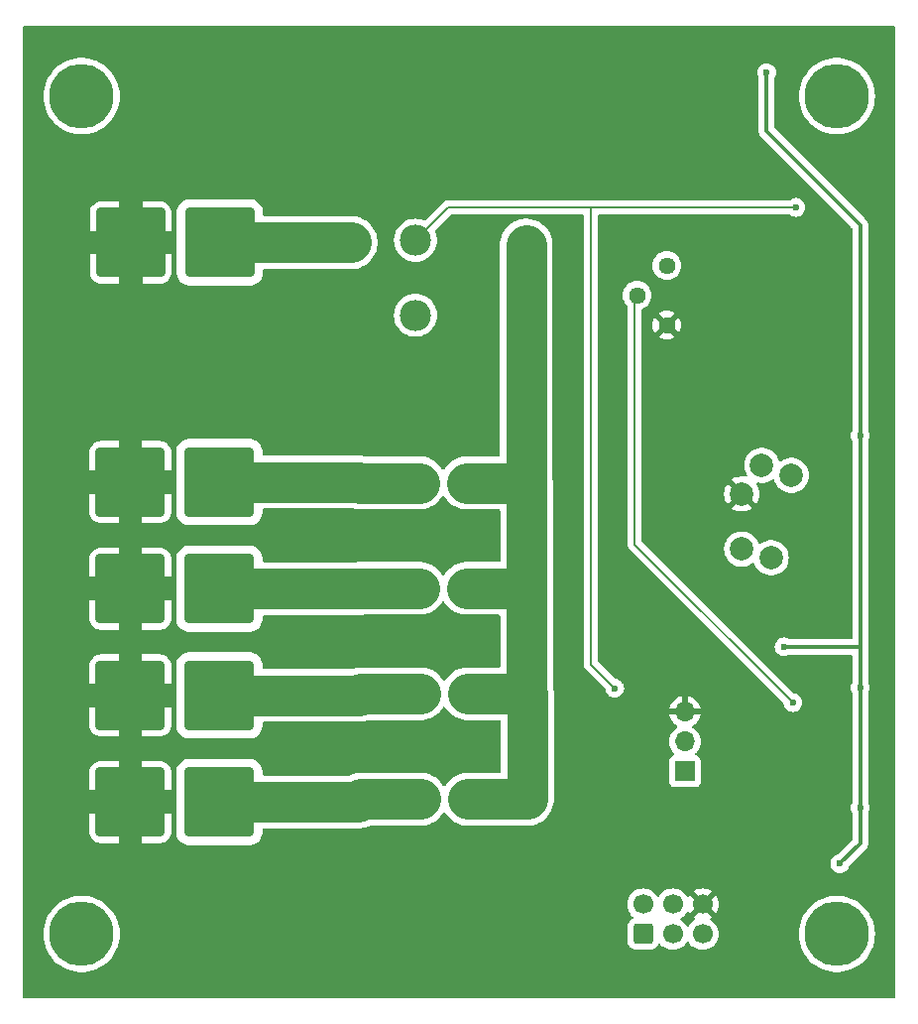
<source format=gbr>
%TF.GenerationSoftware,KiCad,Pcbnew,8.0.3*%
%TF.CreationDate,2024-06-23T19:26:25-05:00*%
%TF.ProjectId,Vehicle Power Switch,56656869-636c-4652-9050-6f7765722053,rev?*%
%TF.SameCoordinates,Original*%
%TF.FileFunction,Copper,L2,Bot*%
%TF.FilePolarity,Positive*%
%FSLAX46Y46*%
G04 Gerber Fmt 4.6, Leading zero omitted, Abs format (unit mm)*
G04 Created by KiCad (PCBNEW 8.0.3) date 2024-06-23 19:26:25*
%MOMM*%
%LPD*%
G01*
G04 APERTURE LIST*
G04 Aperture macros list*
%AMRoundRect*
0 Rectangle with rounded corners*
0 $1 Rounding radius*
0 $2 $3 $4 $5 $6 $7 $8 $9 X,Y pos of 4 corners*
0 Add a 4 corners polygon primitive as box body*
4,1,4,$2,$3,$4,$5,$6,$7,$8,$9,$2,$3,0*
0 Add four circle primitives for the rounded corners*
1,1,$1+$1,$2,$3*
1,1,$1+$1,$4,$5*
1,1,$1+$1,$6,$7*
1,1,$1+$1,$8,$9*
0 Add four rect primitives between the rounded corners*
20,1,$1+$1,$2,$3,$4,$5,0*
20,1,$1+$1,$4,$5,$6,$7,0*
20,1,$1+$1,$6,$7,$8,$9,0*
20,1,$1+$1,$8,$9,$2,$3,0*%
G04 Aperture macros list end*
%TA.AperFunction,ComponentPad*%
%ADD10C,5.500000*%
%TD*%
%TA.AperFunction,ComponentPad*%
%ADD11C,3.098800*%
%TD*%
%TA.AperFunction,ComponentPad*%
%ADD12RoundRect,0.500000X2.500000X2.500000X-2.500000X2.500000X-2.500000X-2.500000X2.500000X-2.500000X0*%
%TD*%
%TA.AperFunction,ComponentPad*%
%ADD13C,1.440000*%
%TD*%
%TA.AperFunction,ComponentPad*%
%ADD14RoundRect,0.250000X0.600000X-0.600000X0.600000X0.600000X-0.600000X0.600000X-0.600000X-0.600000X0*%
%TD*%
%TA.AperFunction,ComponentPad*%
%ADD15C,1.700000*%
%TD*%
%TA.AperFunction,ComponentPad*%
%ADD16C,2.000000*%
%TD*%
%TA.AperFunction,ComponentPad*%
%ADD17C,2.667000*%
%TD*%
%TA.AperFunction,ComponentPad*%
%ADD18C,2.857500*%
%TD*%
%TA.AperFunction,ComponentPad*%
%ADD19R,1.700000X1.700000*%
%TD*%
%TA.AperFunction,ComponentPad*%
%ADD20O,1.700000X1.700000*%
%TD*%
%TA.AperFunction,ViaPad*%
%ADD21C,0.600000*%
%TD*%
%TA.AperFunction,Conductor*%
%ADD22C,0.200000*%
%TD*%
%TA.AperFunction,Conductor*%
%ADD23C,0.350000*%
%TD*%
%TA.AperFunction,Conductor*%
%ADD24C,3.500000*%
%TD*%
G04 APERTURE END LIST*
D10*
%TO.P,H4,1*%
%TO.N,N/C*%
X62000000Y-128500000D03*
%TD*%
%TO.P,H3,1*%
%TO.N,N/C*%
X62000000Y-57000000D03*
%TD*%
%TO.P,H2,1*%
%TO.N,N/C*%
X126500000Y-128500000D03*
%TD*%
%TO.P,H1,1*%
%TO.N,N/C*%
X126500000Y-57000000D03*
%TD*%
D11*
%TO.P,F3,1,1*%
%TO.N,/1*%
X85776000Y-99000000D03*
%TO.P,F3,2,2*%
X90856000Y-99000000D03*
%TO.P,F3,3,3*%
%TO.N,/2*%
X94920000Y-99000000D03*
%TO.P,F3,4,4*%
X100000000Y-99000000D03*
%TD*%
D12*
%TO.P,J1,1,POS*%
%TO.N,/In*%
X73800000Y-69500000D03*
%TO.P,J1,2,NEG*%
%TO.N,GND*%
X66200000Y-69500000D03*
%TD*%
%TO.P,J5,1,POS*%
%TO.N,/1*%
X73765000Y-117235000D03*
%TO.P,J5,2,NEG*%
%TO.N,GND*%
X66165000Y-117235000D03*
%TD*%
D11*
%TO.P,F2,1,1*%
%TO.N,/1*%
X85776000Y-90000000D03*
%TO.P,F2,2,2*%
X90856000Y-90000000D03*
%TO.P,F2,3,3*%
%TO.N,/2*%
X94920000Y-90000000D03*
%TO.P,F2,4,4*%
X100000000Y-90000000D03*
%TD*%
D13*
%TO.P,R7,1,1*%
%TO.N,Net-(U3-PA3)*%
X111985000Y-71460000D03*
%TO.P,R7,2,2*%
%TO.N,Net-(U3-PA2)*%
X109445000Y-74000000D03*
%TO.P,R7,3,3*%
%TO.N,GND*%
X111985000Y-76540000D03*
%TD*%
D14*
%TO.P,J8,1,DATA*%
%TO.N,Net-(J8-DATA)*%
X109960000Y-128500000D03*
D15*
%TO.P,J8,2,VCC*%
%TO.N,Net-(D3-A)*%
X109960000Y-125960000D03*
%TO.P,J8,3,NC*%
%TO.N,unconnected-(J8-NC-Pad3)*%
X112500000Y-128500000D03*
%TO.P,J8,4,NC*%
%TO.N,unconnected-(J8-NC-Pad4)*%
X112500000Y-125960000D03*
%TO.P,J8,5,NC*%
%TO.N,unconnected-(J8-NC-Pad5)*%
X115040000Y-128500000D03*
%TO.P,J8,6,GND*%
%TO.N,GND*%
X115040000Y-125960000D03*
%TD*%
D16*
%TO.P,J6,1,1*%
%TO.N,Net-(U3-PA5)*%
X120097199Y-88500000D03*
%TO.P,J6,2,2*%
X122617199Y-89349892D03*
%TO.P,J6,3,3*%
%TO.N,Net-(U3-PA4)*%
X118377200Y-95649998D03*
%TO.P,J6,4,4*%
X120897200Y-96399999D03*
%TO.P,J6,5,5*%
%TO.N,GND*%
X118377200Y-90950000D03*
%TD*%
D17*
%TO.P,U4,1,4*%
%TO.N,/2*%
X99967600Y-69706000D03*
%TO.P,U4,2,5*%
%TO.N,+BATT*%
X90518800Y-69299600D03*
D18*
%TO.P,U4,3,3*%
%TO.N,/In*%
X85032400Y-69502800D03*
D17*
%TO.P,U4,5,1*%
%TO.N,Net-(D2-A)*%
X90518800Y-75700400D03*
%TO.P,U4,6,2*%
%TO.N,/2*%
X99967600Y-75294000D03*
%TD*%
D12*
%TO.P,J4,1,POS*%
%TO.N,/1*%
X73765000Y-108135000D03*
%TO.P,J4,2,NEG*%
%TO.N,GND*%
X66165000Y-108135000D03*
%TD*%
D19*
%TO.P,J7,1,Pin_1*%
%TO.N,Net-(J7-Pin_1)*%
X113525000Y-114620000D03*
D20*
%TO.P,J7,2,Pin_2*%
%TO.N,Net-(J7-Pin_2)*%
X113525000Y-112080000D03*
%TO.P,J7,3,Pin_3*%
%TO.N,GND*%
X113525000Y-109540000D03*
%TD*%
D11*
%TO.P,F5,1,1*%
%TO.N,/1*%
X85856000Y-117000000D03*
%TO.P,F5,2,2*%
X90936000Y-117000000D03*
%TO.P,F5,3,3*%
%TO.N,/2*%
X95000000Y-117000000D03*
%TO.P,F5,4,4*%
X100080000Y-117000000D03*
%TD*%
D12*
%TO.P,J2,1,POS*%
%TO.N,/1*%
X73765000Y-89935000D03*
%TO.P,J2,2,NEG*%
%TO.N,GND*%
X66165000Y-89935000D03*
%TD*%
%TO.P,J3,1,POS*%
%TO.N,/1*%
X73765000Y-99035000D03*
%TO.P,J3,2,NEG*%
%TO.N,GND*%
X66165000Y-99035000D03*
%TD*%
D11*
%TO.P,F4,1,1*%
%TO.N,/1*%
X85856000Y-108000000D03*
%TO.P,F4,2,2*%
X90936000Y-108000000D03*
%TO.P,F4,3,3*%
%TO.N,/2*%
X95000000Y-108000000D03*
%TO.P,F4,4,4*%
X100080000Y-108000000D03*
%TD*%
D21*
%TO.N,+BATT*%
X107525000Y-107525000D03*
X123000000Y-66500000D03*
%TO.N,GND*%
X59000000Y-53500000D03*
X93000000Y-113000000D03*
X125500000Y-72750000D03*
X111750000Y-121500000D03*
X121000000Y-116500000D03*
X122250000Y-85500000D03*
X80500000Y-112500000D03*
X130250000Y-73250000D03*
X76500000Y-53500000D03*
X95250000Y-69750000D03*
X122000000Y-132250000D03*
X80500000Y-74750000D03*
X126750000Y-78500000D03*
X86750000Y-53500000D03*
X129750000Y-132250000D03*
X83750000Y-132250000D03*
X116250000Y-85500000D03*
X94500000Y-60500000D03*
X121000000Y-121500000D03*
X80500000Y-94250000D03*
X103750000Y-79750000D03*
X93000000Y-85500000D03*
X129750000Y-53500000D03*
X103000000Y-132250000D03*
X126250000Y-116500000D03*
X67750000Y-53500000D03*
X111000000Y-93250000D03*
X126750000Y-84000000D03*
X109750000Y-65250000D03*
X59000000Y-122500000D03*
X71250000Y-132250000D03*
X80500000Y-103250000D03*
X94500000Y-65250000D03*
X93250000Y-132250000D03*
X114750000Y-98500000D03*
X103750000Y-69750000D03*
X59000000Y-132250000D03*
X107750000Y-93250000D03*
X93000000Y-104000000D03*
X102500000Y-60500000D03*
X122250000Y-53500000D03*
X93000000Y-95000000D03*
X107500000Y-79750000D03*
X118750000Y-103000000D03*
X109750000Y-60500000D03*
X118750000Y-60500000D03*
X103000000Y-122500000D03*
X102500000Y-65250000D03*
X108000000Y-121500000D03*
X118750000Y-65250000D03*
X59000000Y-79250000D03*
X110500000Y-107000000D03*
X80500000Y-85500000D03*
X103750000Y-95000000D03*
X95250000Y-79750000D03*
X110750000Y-85500000D03*
X83750000Y-122500000D03*
X116250000Y-81250000D03*
X103750000Y-113000000D03*
%TO.N,+3V3*%
X126750000Y-122500000D03*
X128500000Y-117750000D03*
X120500000Y-55000000D03*
X122000000Y-104000000D03*
X128500000Y-107500000D03*
X128500000Y-86000000D03*
%TO.N,Net-(U3-PA2)*%
X122750000Y-108750000D03*
%TD*%
D22*
%TO.N,+BATT*%
X93318400Y-66500000D02*
X90518800Y-69299600D01*
X123000000Y-66500000D02*
X105500000Y-66500000D01*
X105500000Y-66500000D02*
X93318400Y-66500000D01*
X107525000Y-107525000D02*
X105500000Y-105500000D01*
X105500000Y-105500000D02*
X105500000Y-67500000D01*
X105500000Y-67500000D02*
X105500000Y-66500000D01*
D23*
%TO.N,+3V3*%
X128500000Y-117750000D02*
X128500000Y-107500000D01*
X128500000Y-104000000D02*
X128500000Y-86000000D01*
X128500000Y-107500000D02*
X128500000Y-104000000D01*
X128500000Y-120750000D02*
X126750000Y-122500000D01*
X120500000Y-60000000D02*
X120500000Y-55000000D01*
X128500000Y-117750000D02*
X128500000Y-120750000D01*
X122000000Y-104000000D02*
X128500000Y-104000000D01*
X128500000Y-86000000D02*
X128500000Y-68000000D01*
X128500000Y-68000000D02*
X120500000Y-60000000D01*
D22*
%TO.N,Net-(U3-PA2)*%
X109250000Y-74195000D02*
X109445000Y-74000000D01*
X109250000Y-95250000D02*
X109250000Y-74195000D01*
X122750000Y-108750000D02*
X109250000Y-95250000D01*
D24*
%TO.N,/2*%
X99967600Y-75294000D02*
X99967600Y-89967600D01*
X100080000Y-108000000D02*
X100080000Y-117000000D01*
X99967600Y-69706000D02*
X99967600Y-75294000D01*
X100000000Y-90000000D02*
X100000000Y-99000000D01*
X100000000Y-99000000D02*
X100000000Y-107203600D01*
X100000000Y-90000000D02*
X94920000Y-90000000D01*
X100080000Y-108000000D02*
X95000000Y-108000000D01*
X100000000Y-99000000D02*
X94920000Y-99000000D01*
X100080000Y-117000000D02*
X95000000Y-117000000D01*
%TO.N,/1*%
X85741000Y-99035000D02*
X85776000Y-99000000D01*
X85711000Y-89935000D02*
X85776000Y-90000000D01*
X73765000Y-99035000D02*
X85741000Y-99035000D01*
X90936000Y-108000000D02*
X85856000Y-108000000D01*
X73765000Y-117235000D02*
X85621000Y-117235000D01*
X85721000Y-108135000D02*
X85856000Y-108000000D01*
X73765000Y-89935000D02*
X85711000Y-89935000D01*
X90856000Y-90000000D02*
X85776000Y-90000000D01*
X90856000Y-99000000D02*
X85776000Y-99000000D01*
X85621000Y-117235000D02*
X85856000Y-117000000D01*
X90936000Y-117000000D02*
X85856000Y-117000000D01*
X73765000Y-108135000D02*
X85721000Y-108135000D01*
%TO.N,/In*%
X73800000Y-69500000D02*
X85029600Y-69500000D01*
D22*
%TO.N,Net-(D2-A)*%
X90518800Y-76018800D02*
X90518800Y-75700400D01*
%TD*%
%TA.AperFunction,Conductor*%
%TO.N,GND*%
G36*
X114574075Y-126152993D02*
G01*
X114639901Y-126267007D01*
X114732993Y-126360099D01*
X114847007Y-126425925D01*
X114910590Y-126442962D01*
X114278625Y-127074925D01*
X114354594Y-127128119D01*
X114398219Y-127182696D01*
X114405413Y-127252194D01*
X114373890Y-127314549D01*
X114354595Y-127331269D01*
X114168594Y-127461508D01*
X114001505Y-127628597D01*
X113871575Y-127814158D01*
X113816998Y-127857783D01*
X113747500Y-127864977D01*
X113685145Y-127833454D01*
X113668425Y-127814158D01*
X113538494Y-127628597D01*
X113371402Y-127461506D01*
X113371396Y-127461501D01*
X113185842Y-127331575D01*
X113142217Y-127276998D01*
X113135023Y-127207500D01*
X113166546Y-127145145D01*
X113185842Y-127128425D01*
X113313165Y-127039272D01*
X113371401Y-126998495D01*
X113538495Y-126831401D01*
X113668732Y-126645403D01*
X113723307Y-126601780D01*
X113792805Y-126594586D01*
X113855160Y-126626109D01*
X113871880Y-126645405D01*
X113925073Y-126721373D01*
X114557037Y-126089409D01*
X114574075Y-126152993D01*
G37*
%TD.AperFunction*%
%TA.AperFunction,Conductor*%
G36*
X131443039Y-51019685D02*
G01*
X131488794Y-51072489D01*
X131500000Y-51124000D01*
X131500000Y-133876000D01*
X131480315Y-133943039D01*
X131427511Y-133988794D01*
X131376000Y-134000000D01*
X57124000Y-134000000D01*
X57056961Y-133980315D01*
X57011206Y-133927511D01*
X57000000Y-133876000D01*
X57000000Y-128499997D01*
X58744726Y-128499997D01*
X58744726Y-128500002D01*
X58763808Y-128851954D01*
X58820833Y-129199793D01*
X58820834Y-129199796D01*
X58915126Y-129539408D01*
X58915127Y-129539410D01*
X59045588Y-129866844D01*
X59045597Y-129866862D01*
X59210695Y-130178269D01*
X59408498Y-130470006D01*
X59408505Y-130470016D01*
X59636685Y-130738649D01*
X59636686Y-130738650D01*
X59892580Y-130981046D01*
X60173182Y-131194354D01*
X60475202Y-131376074D01*
X60475206Y-131376075D01*
X60475210Y-131376078D01*
X60795088Y-131524070D01*
X60795092Y-131524070D01*
X60795099Y-131524074D01*
X61129122Y-131636619D01*
X61473355Y-131712391D01*
X61823763Y-131750500D01*
X61823769Y-131750500D01*
X62176231Y-131750500D01*
X62176237Y-131750500D01*
X62526645Y-131712391D01*
X62870878Y-131636619D01*
X63204901Y-131524074D01*
X63204908Y-131524070D01*
X63204911Y-131524070D01*
X63524789Y-131376078D01*
X63524798Y-131376074D01*
X63826818Y-131194354D01*
X64107420Y-130981046D01*
X64363314Y-130738650D01*
X64591501Y-130470008D01*
X64789305Y-130178269D01*
X64954407Y-129866854D01*
X65084871Y-129539414D01*
X65085126Y-129538498D01*
X65132529Y-129367766D01*
X65179168Y-129199788D01*
X65236191Y-128851957D01*
X65255274Y-128500000D01*
X65236191Y-128148043D01*
X65179168Y-127800212D01*
X65118211Y-127580665D01*
X65084873Y-127460591D01*
X65084872Y-127460589D01*
X64954411Y-127133155D01*
X64954402Y-127133137D01*
X64904638Y-127039272D01*
X64789305Y-126821731D01*
X64591501Y-126529992D01*
X64591497Y-126529987D01*
X64591494Y-126529983D01*
X64363314Y-126261350D01*
X64293700Y-126195408D01*
X64107420Y-126018954D01*
X64107413Y-126018948D01*
X64107410Y-126018946D01*
X64029866Y-125959999D01*
X108604341Y-125959999D01*
X108604341Y-125960000D01*
X108624936Y-126195403D01*
X108624938Y-126195413D01*
X108686094Y-126423655D01*
X108686096Y-126423659D01*
X108686097Y-126423663D01*
X108735675Y-126529983D01*
X108785965Y-126637830D01*
X108785967Y-126637834D01*
X108844462Y-126721373D01*
X108921505Y-126831401D01*
X109088599Y-126998495D01*
X109088604Y-126998499D01*
X109089968Y-126999643D01*
X109090407Y-127000303D01*
X109092427Y-127002323D01*
X109092021Y-127002728D01*
X109128669Y-127057815D01*
X109129776Y-127127676D01*
X109092937Y-127187046D01*
X109049267Y-127212336D01*
X109040669Y-127215184D01*
X109040663Y-127215187D01*
X108891342Y-127307289D01*
X108767289Y-127431342D01*
X108675187Y-127580663D01*
X108675185Y-127580668D01*
X108658701Y-127630414D01*
X108620001Y-127747203D01*
X108620001Y-127747204D01*
X108620000Y-127747204D01*
X108609500Y-127849983D01*
X108609500Y-129150001D01*
X108609501Y-129150018D01*
X108620000Y-129252796D01*
X108620001Y-129252799D01*
X108659303Y-129371402D01*
X108675186Y-129419334D01*
X108767288Y-129568656D01*
X108891344Y-129692712D01*
X109040666Y-129784814D01*
X109207203Y-129839999D01*
X109309991Y-129850500D01*
X110610008Y-129850499D01*
X110712797Y-129839999D01*
X110879334Y-129784814D01*
X111028656Y-129692712D01*
X111152712Y-129568656D01*
X111244814Y-129419334D01*
X111247662Y-129410738D01*
X111287429Y-129353294D01*
X111351944Y-129326468D01*
X111420720Y-129338779D01*
X111457483Y-129367766D01*
X111457677Y-129367573D01*
X111459313Y-129369209D01*
X111460354Y-129370030D01*
X111461501Y-129371397D01*
X111461505Y-129371401D01*
X111628599Y-129538495D01*
X111671675Y-129568657D01*
X111822165Y-129674032D01*
X111822167Y-129674033D01*
X111822170Y-129674035D01*
X112036337Y-129773903D01*
X112264592Y-129835063D01*
X112441034Y-129850500D01*
X112499999Y-129855659D01*
X112500000Y-129855659D01*
X112500001Y-129855659D01*
X112558966Y-129850500D01*
X112735408Y-129835063D01*
X112963663Y-129773903D01*
X113177830Y-129674035D01*
X113371401Y-129538495D01*
X113538495Y-129371401D01*
X113668425Y-129185842D01*
X113723002Y-129142217D01*
X113792500Y-129135023D01*
X113854855Y-129166546D01*
X113871575Y-129185842D01*
X114001500Y-129371395D01*
X114001505Y-129371401D01*
X114168599Y-129538495D01*
X114211675Y-129568657D01*
X114362165Y-129674032D01*
X114362167Y-129674033D01*
X114362170Y-129674035D01*
X114576337Y-129773903D01*
X114804592Y-129835063D01*
X114981034Y-129850500D01*
X115039999Y-129855659D01*
X115040000Y-129855659D01*
X115040001Y-129855659D01*
X115098966Y-129850500D01*
X115275408Y-129835063D01*
X115503663Y-129773903D01*
X115717830Y-129674035D01*
X115911401Y-129538495D01*
X116078495Y-129371401D01*
X116214035Y-129177830D01*
X116313903Y-128963663D01*
X116375063Y-128735408D01*
X116395659Y-128500000D01*
X116395659Y-128499997D01*
X123244726Y-128499997D01*
X123244726Y-128500002D01*
X123263808Y-128851954D01*
X123320833Y-129199793D01*
X123320834Y-129199796D01*
X123415126Y-129539408D01*
X123415127Y-129539410D01*
X123545588Y-129866844D01*
X123545597Y-129866862D01*
X123710695Y-130178269D01*
X123908498Y-130470006D01*
X123908505Y-130470016D01*
X124136685Y-130738649D01*
X124136686Y-130738650D01*
X124392580Y-130981046D01*
X124673182Y-131194354D01*
X124975202Y-131376074D01*
X124975206Y-131376075D01*
X124975210Y-131376078D01*
X125295088Y-131524070D01*
X125295092Y-131524070D01*
X125295099Y-131524074D01*
X125629122Y-131636619D01*
X125973355Y-131712391D01*
X126323763Y-131750500D01*
X126323769Y-131750500D01*
X126676231Y-131750500D01*
X126676237Y-131750500D01*
X127026645Y-131712391D01*
X127370878Y-131636619D01*
X127704901Y-131524074D01*
X127704908Y-131524070D01*
X127704911Y-131524070D01*
X128024789Y-131376078D01*
X128024798Y-131376074D01*
X128326818Y-131194354D01*
X128607420Y-130981046D01*
X128863314Y-130738650D01*
X129091501Y-130470008D01*
X129289305Y-130178269D01*
X129454407Y-129866854D01*
X129584871Y-129539414D01*
X129585126Y-129538498D01*
X129632529Y-129367766D01*
X129679168Y-129199788D01*
X129736191Y-128851957D01*
X129755274Y-128500000D01*
X129736191Y-128148043D01*
X129679168Y-127800212D01*
X129618211Y-127580665D01*
X129584873Y-127460591D01*
X129584872Y-127460589D01*
X129454411Y-127133155D01*
X129454402Y-127133137D01*
X129404638Y-127039272D01*
X129289305Y-126821731D01*
X129091501Y-126529992D01*
X129091497Y-126529987D01*
X129091494Y-126529983D01*
X128863314Y-126261350D01*
X128793700Y-126195408D01*
X128607420Y-126018954D01*
X128607413Y-126018948D01*
X128607410Y-126018946D01*
X128326815Y-125805644D01*
X128024802Y-125623928D01*
X128024789Y-125623921D01*
X127704911Y-125475929D01*
X127704906Y-125475928D01*
X127704903Y-125475927D01*
X127704901Y-125475926D01*
X127598432Y-125440052D01*
X127370880Y-125363381D01*
X127026643Y-125287608D01*
X126676238Y-125249500D01*
X126676237Y-125249500D01*
X126323763Y-125249500D01*
X126323761Y-125249500D01*
X125973356Y-125287608D01*
X125629119Y-125363381D01*
X125295093Y-125475928D01*
X125295088Y-125475929D01*
X124975210Y-125623921D01*
X124975197Y-125623928D01*
X124673184Y-125805644D01*
X124392589Y-126018946D01*
X124392580Y-126018954D01*
X124136685Y-126261350D01*
X123908505Y-126529983D01*
X123908498Y-126529993D01*
X123710695Y-126821730D01*
X123545597Y-127133137D01*
X123545588Y-127133155D01*
X123415127Y-127460589D01*
X123415126Y-127460591D01*
X123320834Y-127800203D01*
X123320833Y-127800206D01*
X123263808Y-128148045D01*
X123244726Y-128499997D01*
X116395659Y-128499997D01*
X116375063Y-128264592D01*
X116313903Y-128036337D01*
X116214035Y-127822171D01*
X116208425Y-127814158D01*
X116078494Y-127628597D01*
X115911402Y-127461506D01*
X115911401Y-127461505D01*
X115725405Y-127331269D01*
X115681781Y-127276692D01*
X115674588Y-127207193D01*
X115706110Y-127144839D01*
X115725405Y-127128119D01*
X115801373Y-127074925D01*
X115169409Y-126442962D01*
X115232993Y-126425925D01*
X115347007Y-126360099D01*
X115440099Y-126267007D01*
X115505925Y-126152993D01*
X115522962Y-126089410D01*
X116154925Y-126721373D01*
X116154926Y-126721373D01*
X116213598Y-126637582D01*
X116213600Y-126637578D01*
X116313429Y-126423492D01*
X116313433Y-126423483D01*
X116374567Y-126195326D01*
X116374569Y-126195315D01*
X116395157Y-125960001D01*
X116395157Y-125959998D01*
X116374569Y-125724684D01*
X116374567Y-125724673D01*
X116313433Y-125496516D01*
X116313429Y-125496507D01*
X116213600Y-125282423D01*
X116213599Y-125282421D01*
X116154925Y-125198626D01*
X116154925Y-125198625D01*
X115522962Y-125830589D01*
X115505925Y-125767007D01*
X115440099Y-125652993D01*
X115347007Y-125559901D01*
X115232993Y-125494075D01*
X115169410Y-125477037D01*
X115801373Y-124845073D01*
X115801373Y-124845072D01*
X115717583Y-124786402D01*
X115717579Y-124786400D01*
X115503492Y-124686570D01*
X115503483Y-124686566D01*
X115275326Y-124625432D01*
X115275315Y-124625430D01*
X115040002Y-124604843D01*
X115039998Y-124604843D01*
X114804684Y-124625430D01*
X114804673Y-124625432D01*
X114576516Y-124686566D01*
X114576507Y-124686570D01*
X114362419Y-124786401D01*
X114278625Y-124845072D01*
X114910590Y-125477037D01*
X114847007Y-125494075D01*
X114732993Y-125559901D01*
X114639901Y-125652993D01*
X114574075Y-125767007D01*
X114557037Y-125830590D01*
X113925073Y-125198626D01*
X113871881Y-125274594D01*
X113817304Y-125318219D01*
X113747806Y-125325413D01*
X113685451Y-125293891D01*
X113668730Y-125274594D01*
X113538494Y-125088597D01*
X113371402Y-124921506D01*
X113371395Y-124921501D01*
X113177834Y-124785967D01*
X113177830Y-124785965D01*
X113177828Y-124785964D01*
X112963663Y-124686097D01*
X112963659Y-124686096D01*
X112963655Y-124686094D01*
X112735413Y-124624938D01*
X112735403Y-124624936D01*
X112500001Y-124604341D01*
X112499999Y-124604341D01*
X112264596Y-124624936D01*
X112264586Y-124624938D01*
X112036344Y-124686094D01*
X112036335Y-124686098D01*
X111822171Y-124785964D01*
X111822169Y-124785965D01*
X111628597Y-124921505D01*
X111461505Y-125088597D01*
X111331575Y-125274158D01*
X111276998Y-125317783D01*
X111207500Y-125324977D01*
X111145145Y-125293454D01*
X111128425Y-125274158D01*
X110998494Y-125088597D01*
X110831402Y-124921506D01*
X110831395Y-124921501D01*
X110637834Y-124785967D01*
X110637830Y-124785965D01*
X110637828Y-124785964D01*
X110423663Y-124686097D01*
X110423659Y-124686096D01*
X110423655Y-124686094D01*
X110195413Y-124624938D01*
X110195403Y-124624936D01*
X109960001Y-124604341D01*
X109959999Y-124604341D01*
X109724596Y-124624936D01*
X109724586Y-124624938D01*
X109496344Y-124686094D01*
X109496335Y-124686098D01*
X109282171Y-124785964D01*
X109282169Y-124785965D01*
X109088597Y-124921505D01*
X108921505Y-125088597D01*
X108785965Y-125282169D01*
X108785964Y-125282171D01*
X108686098Y-125496335D01*
X108686094Y-125496344D01*
X108624938Y-125724586D01*
X108624936Y-125724596D01*
X108604341Y-125959999D01*
X64029866Y-125959999D01*
X63826815Y-125805644D01*
X63524802Y-125623928D01*
X63524789Y-125623921D01*
X63204911Y-125475929D01*
X63204906Y-125475928D01*
X63204903Y-125475927D01*
X63204901Y-125475926D01*
X63098432Y-125440052D01*
X62870880Y-125363381D01*
X62526643Y-125287608D01*
X62176238Y-125249500D01*
X62176237Y-125249500D01*
X61823763Y-125249500D01*
X61823761Y-125249500D01*
X61473356Y-125287608D01*
X61129119Y-125363381D01*
X60795093Y-125475928D01*
X60795088Y-125475929D01*
X60475210Y-125623921D01*
X60475197Y-125623928D01*
X60173184Y-125805644D01*
X59892589Y-126018946D01*
X59892580Y-126018954D01*
X59636685Y-126261350D01*
X59408505Y-126529983D01*
X59408498Y-126529993D01*
X59210695Y-126821730D01*
X59045597Y-127133137D01*
X59045588Y-127133155D01*
X58915127Y-127460589D01*
X58915126Y-127460591D01*
X58820834Y-127800203D01*
X58820833Y-127800206D01*
X58763808Y-128148045D01*
X58744726Y-128499997D01*
X57000000Y-128499997D01*
X57000000Y-119793000D01*
X62665000Y-119793000D01*
X62675608Y-119912325D01*
X62675609Y-119912328D01*
X62731557Y-120107861D01*
X62825721Y-120288129D01*
X62954246Y-120445753D01*
X63111870Y-120574278D01*
X63292138Y-120668442D01*
X63487671Y-120724390D01*
X63487674Y-120724391D01*
X63606999Y-120734999D01*
X63607002Y-120735000D01*
X65165000Y-120735000D01*
X67165000Y-120735000D01*
X68722998Y-120735000D01*
X68723000Y-120734999D01*
X68842325Y-120724391D01*
X68842328Y-120724390D01*
X69037861Y-120668442D01*
X69218129Y-120574278D01*
X69375753Y-120445753D01*
X69504278Y-120288129D01*
X69598442Y-120107861D01*
X69654390Y-119912328D01*
X69654391Y-119912325D01*
X69664999Y-119793000D01*
X69665000Y-119792998D01*
X69665000Y-118235000D01*
X67165000Y-118235000D01*
X67165000Y-120735000D01*
X65165000Y-120735000D01*
X65165000Y-118235000D01*
X62665000Y-118235000D01*
X62665000Y-119793000D01*
X57000000Y-119793000D01*
X57000000Y-117132688D01*
X64865000Y-117132688D01*
X64865000Y-117337312D01*
X64897010Y-117539417D01*
X64960243Y-117734027D01*
X65053140Y-117916349D01*
X65173415Y-118081893D01*
X65318107Y-118226585D01*
X65483651Y-118346860D01*
X65665973Y-118439757D01*
X65860583Y-118502990D01*
X66062688Y-118535000D01*
X66267312Y-118535000D01*
X66469417Y-118502990D01*
X66664027Y-118439757D01*
X66846349Y-118346860D01*
X67011893Y-118226585D01*
X67156585Y-118081893D01*
X67276860Y-117916349D01*
X67369757Y-117734027D01*
X67432990Y-117539417D01*
X67465000Y-117337312D01*
X67465000Y-117132688D01*
X67432990Y-116930583D01*
X67369757Y-116735973D01*
X67276860Y-116553651D01*
X67156585Y-116388107D01*
X67011893Y-116243415D01*
X67000311Y-116235000D01*
X67165000Y-116235000D01*
X69665000Y-116235000D01*
X69665000Y-114677002D01*
X69664999Y-114676999D01*
X69654391Y-114557674D01*
X69654390Y-114557671D01*
X69598442Y-114362138D01*
X69504278Y-114181870D01*
X69375753Y-114024246D01*
X69218129Y-113895721D01*
X69037861Y-113801557D01*
X68842328Y-113745609D01*
X68842325Y-113745608D01*
X68723000Y-113735000D01*
X67165000Y-113735000D01*
X67165000Y-116235000D01*
X67000311Y-116235000D01*
X66846349Y-116123140D01*
X66664027Y-116030243D01*
X66469417Y-115967010D01*
X66267312Y-115935000D01*
X66062688Y-115935000D01*
X65860583Y-115967010D01*
X65665973Y-116030243D01*
X65483651Y-116123140D01*
X65318107Y-116243415D01*
X65173415Y-116388107D01*
X65053140Y-116553651D01*
X64960243Y-116735973D01*
X64897010Y-116930583D01*
X64865000Y-117132688D01*
X57000000Y-117132688D01*
X57000000Y-114676999D01*
X62665000Y-114676999D01*
X62665000Y-116235000D01*
X65165000Y-116235000D01*
X65165000Y-113735000D01*
X63606999Y-113735000D01*
X63487674Y-113745608D01*
X63487671Y-113745609D01*
X63292138Y-113801557D01*
X63111870Y-113895721D01*
X62954246Y-114024246D01*
X62825721Y-114181870D01*
X62731557Y-114362138D01*
X62675609Y-114557671D01*
X62675608Y-114557674D01*
X62665000Y-114676999D01*
X57000000Y-114676999D01*
X57000000Y-110693000D01*
X62665000Y-110693000D01*
X62675608Y-110812325D01*
X62675609Y-110812328D01*
X62731557Y-111007861D01*
X62825721Y-111188129D01*
X62954246Y-111345753D01*
X63111870Y-111474278D01*
X63292138Y-111568442D01*
X63487671Y-111624390D01*
X63487674Y-111624391D01*
X63606999Y-111634999D01*
X63607002Y-111635000D01*
X65165000Y-111635000D01*
X67165000Y-111635000D01*
X68722998Y-111635000D01*
X68723000Y-111634999D01*
X68842325Y-111624391D01*
X68842328Y-111624390D01*
X69037861Y-111568442D01*
X69218129Y-111474278D01*
X69375753Y-111345753D01*
X69504278Y-111188129D01*
X69598442Y-111007861D01*
X69654390Y-110812328D01*
X69654391Y-110812325D01*
X69664999Y-110693000D01*
X69665000Y-110692998D01*
X69665000Y-109135000D01*
X67165000Y-109135000D01*
X67165000Y-111635000D01*
X65165000Y-111635000D01*
X65165000Y-109135000D01*
X62665000Y-109135000D01*
X62665000Y-110693000D01*
X57000000Y-110693000D01*
X57000000Y-108032688D01*
X64865000Y-108032688D01*
X64865000Y-108237312D01*
X64897010Y-108439417D01*
X64960243Y-108634027D01*
X65053140Y-108816349D01*
X65173415Y-108981893D01*
X65318107Y-109126585D01*
X65483651Y-109246860D01*
X65665973Y-109339757D01*
X65860583Y-109402990D01*
X66062688Y-109435000D01*
X66267312Y-109435000D01*
X66469417Y-109402990D01*
X66664027Y-109339757D01*
X66846349Y-109246860D01*
X67011893Y-109126585D01*
X67156585Y-108981893D01*
X67276860Y-108816349D01*
X67369757Y-108634027D01*
X67432990Y-108439417D01*
X67465000Y-108237312D01*
X67465000Y-108032688D01*
X67432990Y-107830583D01*
X67369757Y-107635973D01*
X67276860Y-107453651D01*
X67156585Y-107288107D01*
X67011893Y-107143415D01*
X67000311Y-107135000D01*
X67165000Y-107135000D01*
X69665000Y-107135000D01*
X69665000Y-105577002D01*
X69664999Y-105576999D01*
X69654391Y-105457674D01*
X69654390Y-105457671D01*
X69598442Y-105262138D01*
X69504278Y-105081870D01*
X69375753Y-104924246D01*
X69218129Y-104795721D01*
X69037861Y-104701557D01*
X68842328Y-104645609D01*
X68842325Y-104645608D01*
X68723000Y-104635000D01*
X67165000Y-104635000D01*
X67165000Y-107135000D01*
X67000311Y-107135000D01*
X66846349Y-107023140D01*
X66664027Y-106930243D01*
X66469417Y-106867010D01*
X66267312Y-106835000D01*
X66062688Y-106835000D01*
X65860583Y-106867010D01*
X65665973Y-106930243D01*
X65483651Y-107023140D01*
X65318107Y-107143415D01*
X65173415Y-107288107D01*
X65053140Y-107453651D01*
X64960243Y-107635973D01*
X64897010Y-107830583D01*
X64865000Y-108032688D01*
X57000000Y-108032688D01*
X57000000Y-105576999D01*
X62665000Y-105576999D01*
X62665000Y-107135000D01*
X65165000Y-107135000D01*
X65165000Y-104635000D01*
X63606999Y-104635000D01*
X63487674Y-104645608D01*
X63487671Y-104645609D01*
X63292138Y-104701557D01*
X63111870Y-104795721D01*
X62954246Y-104924246D01*
X62825721Y-105081870D01*
X62731557Y-105262138D01*
X62675609Y-105457671D01*
X62675608Y-105457674D01*
X62665000Y-105576999D01*
X57000000Y-105576999D01*
X57000000Y-101593000D01*
X62665000Y-101593000D01*
X62675608Y-101712325D01*
X62675609Y-101712328D01*
X62731557Y-101907861D01*
X62825721Y-102088129D01*
X62954246Y-102245753D01*
X63111870Y-102374278D01*
X63292138Y-102468442D01*
X63487671Y-102524390D01*
X63487674Y-102524391D01*
X63606999Y-102534999D01*
X63607002Y-102535000D01*
X65165000Y-102535000D01*
X67165000Y-102535000D01*
X68722998Y-102535000D01*
X68723000Y-102534999D01*
X68842325Y-102524391D01*
X68842328Y-102524390D01*
X69037861Y-102468442D01*
X69218129Y-102374278D01*
X69375753Y-102245753D01*
X69504278Y-102088129D01*
X69598442Y-101907861D01*
X69654390Y-101712328D01*
X69654391Y-101712325D01*
X69664999Y-101593000D01*
X69665000Y-101592998D01*
X69665000Y-100035000D01*
X67165000Y-100035000D01*
X67165000Y-102535000D01*
X65165000Y-102535000D01*
X65165000Y-100035000D01*
X62665000Y-100035000D01*
X62665000Y-101593000D01*
X57000000Y-101593000D01*
X57000000Y-98932688D01*
X64865000Y-98932688D01*
X64865000Y-99137312D01*
X64897010Y-99339417D01*
X64960243Y-99534027D01*
X65053140Y-99716349D01*
X65173415Y-99881893D01*
X65318107Y-100026585D01*
X65483651Y-100146860D01*
X65665973Y-100239757D01*
X65860583Y-100302990D01*
X66062688Y-100335000D01*
X66267312Y-100335000D01*
X66469417Y-100302990D01*
X66664027Y-100239757D01*
X66846349Y-100146860D01*
X67011893Y-100026585D01*
X67156585Y-99881893D01*
X67276860Y-99716349D01*
X67369757Y-99534027D01*
X67432990Y-99339417D01*
X67465000Y-99137312D01*
X67465000Y-98932688D01*
X67432990Y-98730583D01*
X67369757Y-98535973D01*
X67276860Y-98353651D01*
X67156585Y-98188107D01*
X67011893Y-98043415D01*
X67000311Y-98035000D01*
X67165000Y-98035000D01*
X69665000Y-98035000D01*
X69665000Y-96477002D01*
X69664999Y-96476999D01*
X69654391Y-96357674D01*
X69654390Y-96357671D01*
X69598442Y-96162138D01*
X69504278Y-95981870D01*
X69375753Y-95824246D01*
X69218129Y-95695721D01*
X69037861Y-95601557D01*
X68842328Y-95545609D01*
X68842325Y-95545608D01*
X68723000Y-95535000D01*
X67165000Y-95535000D01*
X67165000Y-98035000D01*
X67000311Y-98035000D01*
X66846349Y-97923140D01*
X66664027Y-97830243D01*
X66469417Y-97767010D01*
X66267312Y-97735000D01*
X66062688Y-97735000D01*
X65860583Y-97767010D01*
X65665973Y-97830243D01*
X65483651Y-97923140D01*
X65318107Y-98043415D01*
X65173415Y-98188107D01*
X65053140Y-98353651D01*
X64960243Y-98535973D01*
X64897010Y-98730583D01*
X64865000Y-98932688D01*
X57000000Y-98932688D01*
X57000000Y-96476999D01*
X62665000Y-96476999D01*
X62665000Y-98035000D01*
X65165000Y-98035000D01*
X65165000Y-95535000D01*
X63606999Y-95535000D01*
X63487674Y-95545608D01*
X63487671Y-95545609D01*
X63292138Y-95601557D01*
X63111870Y-95695721D01*
X62954246Y-95824246D01*
X62825721Y-95981870D01*
X62731557Y-96162138D01*
X62675609Y-96357671D01*
X62675608Y-96357674D01*
X62665000Y-96476999D01*
X57000000Y-96476999D01*
X57000000Y-92493000D01*
X62665000Y-92493000D01*
X62675608Y-92612325D01*
X62675609Y-92612328D01*
X62731557Y-92807861D01*
X62825721Y-92988129D01*
X62954246Y-93145753D01*
X63111870Y-93274278D01*
X63292138Y-93368442D01*
X63487671Y-93424390D01*
X63487674Y-93424391D01*
X63606999Y-93434999D01*
X63607002Y-93435000D01*
X65165000Y-93435000D01*
X67165000Y-93435000D01*
X68722998Y-93435000D01*
X68723000Y-93434999D01*
X68842325Y-93424391D01*
X68842328Y-93424390D01*
X69037861Y-93368442D01*
X69218129Y-93274278D01*
X69375753Y-93145753D01*
X69504278Y-92988129D01*
X69598442Y-92807861D01*
X69654390Y-92612328D01*
X69654391Y-92612325D01*
X69664999Y-92493000D01*
X69665000Y-92492998D01*
X69665000Y-90935000D01*
X67165000Y-90935000D01*
X67165000Y-93435000D01*
X65165000Y-93435000D01*
X65165000Y-90935000D01*
X62665000Y-90935000D01*
X62665000Y-92493000D01*
X57000000Y-92493000D01*
X57000000Y-89832688D01*
X64865000Y-89832688D01*
X64865000Y-90037312D01*
X64897010Y-90239417D01*
X64960243Y-90434027D01*
X65053140Y-90616349D01*
X65173415Y-90781893D01*
X65318107Y-90926585D01*
X65483651Y-91046860D01*
X65665973Y-91139757D01*
X65860583Y-91202990D01*
X66062688Y-91235000D01*
X66267312Y-91235000D01*
X66469417Y-91202990D01*
X66664027Y-91139757D01*
X66846349Y-91046860D01*
X67011893Y-90926585D01*
X67156585Y-90781893D01*
X67276860Y-90616349D01*
X67369757Y-90434027D01*
X67432990Y-90239417D01*
X67465000Y-90037312D01*
X67465000Y-89832688D01*
X67432990Y-89630583D01*
X67369757Y-89435973D01*
X67276860Y-89253651D01*
X67156585Y-89088107D01*
X67011893Y-88943415D01*
X67000311Y-88935000D01*
X67165000Y-88935000D01*
X69665000Y-88935000D01*
X69665000Y-87377002D01*
X69664999Y-87376999D01*
X69663568Y-87360904D01*
X70064500Y-87360904D01*
X70064500Y-92509095D01*
X70070918Y-92601561D01*
X70070920Y-92601577D01*
X70121854Y-92818135D01*
X70121860Y-92818151D01*
X70211721Y-93021668D01*
X70337457Y-93205220D01*
X70337462Y-93205226D01*
X70494773Y-93362537D01*
X70494779Y-93362542D01*
X70678329Y-93488277D01*
X70881857Y-93578143D01*
X70881861Y-93578144D01*
X70881864Y-93578145D01*
X71098422Y-93629079D01*
X71098427Y-93629079D01*
X71098433Y-93629081D01*
X71149808Y-93632647D01*
X71190904Y-93635500D01*
X71190908Y-93635500D01*
X76339096Y-93635500D01*
X76376082Y-93632932D01*
X76431567Y-93629081D01*
X76431573Y-93629079D01*
X76431577Y-93629079D01*
X76648135Y-93578145D01*
X76648135Y-93578144D01*
X76648143Y-93578143D01*
X76851671Y-93488277D01*
X77035221Y-93362542D01*
X77192542Y-93205221D01*
X77318277Y-93021671D01*
X77408143Y-92818143D01*
X77459081Y-92601567D01*
X77465500Y-92509092D01*
X77465500Y-92309500D01*
X77485185Y-92242461D01*
X77537989Y-92196706D01*
X77589500Y-92185500D01*
X85220805Y-92185500D01*
X85252898Y-92189725D01*
X85269741Y-92194238D01*
X85336007Y-92211994D01*
X85594467Y-92246020D01*
X85628494Y-92250500D01*
X91003499Y-92250500D01*
X91003506Y-92250500D01*
X91295993Y-92211993D01*
X91580952Y-92135639D01*
X91853507Y-92022743D01*
X92108994Y-91875238D01*
X92343042Y-91695646D01*
X92551646Y-91487042D01*
X92731238Y-91252994D01*
X92780613Y-91167474D01*
X92831180Y-91119259D01*
X92899787Y-91106035D01*
X92964651Y-91132003D01*
X92995387Y-91167474D01*
X93044761Y-91252993D01*
X93224352Y-91487040D01*
X93224358Y-91487047D01*
X93432952Y-91695641D01*
X93432959Y-91695647D01*
X93667006Y-91875238D01*
X93922489Y-92022741D01*
X93922490Y-92022741D01*
X93922493Y-92022743D01*
X94195048Y-92135639D01*
X94480007Y-92211993D01*
X94772494Y-92250500D01*
X97625500Y-92250500D01*
X97692539Y-92270185D01*
X97738294Y-92322989D01*
X97749500Y-92374500D01*
X97749500Y-96625500D01*
X97729815Y-96692539D01*
X97677011Y-96738294D01*
X97625500Y-96749500D01*
X94772486Y-96749500D01*
X94506645Y-96784500D01*
X94480007Y-96788007D01*
X94313284Y-96832680D01*
X94195048Y-96864361D01*
X94195038Y-96864364D01*
X93922499Y-96977254D01*
X93922489Y-96977258D01*
X93667006Y-97124761D01*
X93432959Y-97304352D01*
X93432952Y-97304358D01*
X93224358Y-97512952D01*
X93224352Y-97512959D01*
X93044761Y-97747007D01*
X92995387Y-97832525D01*
X92944820Y-97880741D01*
X92876213Y-97893963D01*
X92811348Y-97867995D01*
X92780613Y-97832525D01*
X92742787Y-97767010D01*
X92731238Y-97747006D01*
X92551646Y-97512958D01*
X92551641Y-97512952D01*
X92343047Y-97304358D01*
X92343040Y-97304352D01*
X92108993Y-97124761D01*
X91853510Y-96977258D01*
X91853500Y-96977254D01*
X91580961Y-96864364D01*
X91580954Y-96864362D01*
X91580952Y-96864361D01*
X91295993Y-96788007D01*
X91247113Y-96781571D01*
X91003513Y-96749500D01*
X91003506Y-96749500D01*
X85923505Y-96749500D01*
X85628494Y-96749500D01*
X85628493Y-96749500D01*
X85370697Y-96783439D01*
X85354512Y-96784500D01*
X77589500Y-96784500D01*
X77522461Y-96764815D01*
X77476706Y-96712011D01*
X77465500Y-96660500D01*
X77465500Y-96460904D01*
X77459081Y-96368438D01*
X77459081Y-96368433D01*
X77459079Y-96368427D01*
X77459079Y-96368422D01*
X77408145Y-96151864D01*
X77408144Y-96151861D01*
X77408143Y-96151857D01*
X77318277Y-95948329D01*
X77192542Y-95764779D01*
X77192537Y-95764773D01*
X77035226Y-95607462D01*
X77035220Y-95607457D01*
X76878976Y-95500427D01*
X76851671Y-95481723D01*
X76851670Y-95481722D01*
X76851668Y-95481721D01*
X76648151Y-95391860D01*
X76648135Y-95391854D01*
X76431577Y-95340920D01*
X76431561Y-95340918D01*
X76339096Y-95334500D01*
X76339092Y-95334500D01*
X71190908Y-95334500D01*
X71190904Y-95334500D01*
X71098438Y-95340918D01*
X71098422Y-95340920D01*
X70881864Y-95391854D01*
X70881848Y-95391860D01*
X70678331Y-95481721D01*
X70494779Y-95607457D01*
X70494773Y-95607462D01*
X70337462Y-95764773D01*
X70337457Y-95764779D01*
X70211721Y-95948331D01*
X70121860Y-96151848D01*
X70121854Y-96151864D01*
X70070920Y-96368422D01*
X70070918Y-96368438D01*
X70064500Y-96460904D01*
X70064500Y-101609095D01*
X70070918Y-101701561D01*
X70070920Y-101701577D01*
X70121854Y-101918135D01*
X70121860Y-101918151D01*
X70211721Y-102121668D01*
X70337457Y-102305220D01*
X70337462Y-102305226D01*
X70494773Y-102462537D01*
X70494779Y-102462542D01*
X70678329Y-102588277D01*
X70881857Y-102678143D01*
X70881861Y-102678144D01*
X70881864Y-102678145D01*
X71098422Y-102729079D01*
X71098427Y-102729079D01*
X71098433Y-102729081D01*
X71149808Y-102732647D01*
X71190904Y-102735500D01*
X71190908Y-102735500D01*
X76339096Y-102735500D01*
X76376082Y-102732932D01*
X76431567Y-102729081D01*
X76431573Y-102729079D01*
X76431577Y-102729079D01*
X76648135Y-102678145D01*
X76648135Y-102678144D01*
X76648143Y-102678143D01*
X76851671Y-102588277D01*
X77035221Y-102462542D01*
X77192542Y-102305221D01*
X77318277Y-102121671D01*
X77408143Y-101918143D01*
X77459081Y-101701567D01*
X77465500Y-101609092D01*
X77465500Y-101409500D01*
X77485185Y-101342461D01*
X77537989Y-101296706D01*
X77589500Y-101285500D01*
X85888500Y-101285500D01*
X85888505Y-101285500D01*
X85888506Y-101285500D01*
X85922532Y-101281020D01*
X86102585Y-101257316D01*
X86146304Y-101251561D01*
X86162488Y-101250500D01*
X91003499Y-101250500D01*
X91003506Y-101250500D01*
X91295993Y-101211993D01*
X91580952Y-101135639D01*
X91853507Y-101022743D01*
X92108994Y-100875238D01*
X92343042Y-100695646D01*
X92551646Y-100487042D01*
X92731238Y-100252994D01*
X92780613Y-100167474D01*
X92831180Y-100119259D01*
X92899787Y-100106035D01*
X92964651Y-100132003D01*
X92995387Y-100167474D01*
X93044761Y-100252993D01*
X93224352Y-100487040D01*
X93224358Y-100487047D01*
X93432952Y-100695641D01*
X93432959Y-100695647D01*
X93667006Y-100875238D01*
X93922489Y-101022741D01*
X93922490Y-101022741D01*
X93922493Y-101022743D01*
X94195048Y-101135639D01*
X94480007Y-101211993D01*
X94772494Y-101250500D01*
X97625500Y-101250500D01*
X97692539Y-101270185D01*
X97738294Y-101322989D01*
X97749500Y-101374500D01*
X97749500Y-105625500D01*
X97729815Y-105692539D01*
X97677011Y-105738294D01*
X97625500Y-105749500D01*
X94852486Y-105749500D01*
X94574085Y-105786153D01*
X94560007Y-105788007D01*
X94335273Y-105848224D01*
X94275048Y-105864361D01*
X94275038Y-105864364D01*
X94002499Y-105977254D01*
X94002489Y-105977258D01*
X93747006Y-106124761D01*
X93512959Y-106304352D01*
X93512952Y-106304358D01*
X93304358Y-106512952D01*
X93304352Y-106512959D01*
X93124761Y-106747007D01*
X93075387Y-106832525D01*
X93024820Y-106880741D01*
X92956213Y-106893963D01*
X92891348Y-106867995D01*
X92860613Y-106832525D01*
X92832783Y-106784323D01*
X92811238Y-106747006D01*
X92631646Y-106512958D01*
X92631641Y-106512952D01*
X92423047Y-106304358D01*
X92423040Y-106304352D01*
X92188993Y-106124761D01*
X91933510Y-105977258D01*
X91933500Y-105977254D01*
X91660961Y-105864364D01*
X91660954Y-105864362D01*
X91660952Y-105864361D01*
X91375993Y-105788007D01*
X91327113Y-105781571D01*
X91083513Y-105749500D01*
X91083506Y-105749500D01*
X85708494Y-105749500D01*
X85708492Y-105749500D01*
X85674467Y-105753978D01*
X85674467Y-105753979D01*
X85640441Y-105758458D01*
X85416008Y-105788005D01*
X85191266Y-105848225D01*
X85191265Y-105848224D01*
X85131052Y-105864359D01*
X85105216Y-105875061D01*
X85057764Y-105884500D01*
X77589500Y-105884500D01*
X77522461Y-105864815D01*
X77476706Y-105812011D01*
X77465500Y-105760500D01*
X77465500Y-105560904D01*
X77459081Y-105468438D01*
X77459081Y-105468433D01*
X77459079Y-105468427D01*
X77459079Y-105468422D01*
X77408145Y-105251864D01*
X77408144Y-105251861D01*
X77408143Y-105251857D01*
X77318277Y-105048329D01*
X77192542Y-104864779D01*
X77192537Y-104864773D01*
X77035226Y-104707462D01*
X77035220Y-104707457D01*
X76851668Y-104581721D01*
X76648151Y-104491860D01*
X76648135Y-104491854D01*
X76431577Y-104440920D01*
X76431561Y-104440918D01*
X76339096Y-104434500D01*
X76339092Y-104434500D01*
X71190908Y-104434500D01*
X71190904Y-104434500D01*
X71098438Y-104440918D01*
X71098422Y-104440920D01*
X70881864Y-104491854D01*
X70881848Y-104491860D01*
X70678331Y-104581721D01*
X70494779Y-104707457D01*
X70494773Y-104707462D01*
X70337462Y-104864773D01*
X70337457Y-104864779D01*
X70211721Y-105048331D01*
X70121860Y-105251848D01*
X70121854Y-105251864D01*
X70070920Y-105468422D01*
X70070918Y-105468438D01*
X70064500Y-105560904D01*
X70064500Y-110709095D01*
X70070918Y-110801561D01*
X70070920Y-110801577D01*
X70121854Y-111018135D01*
X70121860Y-111018151D01*
X70211721Y-111221668D01*
X70337457Y-111405220D01*
X70337462Y-111405226D01*
X70494773Y-111562537D01*
X70494779Y-111562542D01*
X70678329Y-111688277D01*
X70881857Y-111778143D01*
X70881861Y-111778144D01*
X70881864Y-111778145D01*
X71098422Y-111829079D01*
X71098427Y-111829079D01*
X71098433Y-111829081D01*
X71149808Y-111832647D01*
X71190904Y-111835500D01*
X71190908Y-111835500D01*
X76339096Y-111835500D01*
X76376082Y-111832932D01*
X76431567Y-111829081D01*
X76431573Y-111829079D01*
X76431577Y-111829079D01*
X76648135Y-111778145D01*
X76648135Y-111778144D01*
X76648143Y-111778143D01*
X76851671Y-111688277D01*
X77035221Y-111562542D01*
X77192542Y-111405221D01*
X77318277Y-111221671D01*
X77408143Y-111018143D01*
X77410561Y-111007861D01*
X77459079Y-110801577D01*
X77459079Y-110801573D01*
X77459081Y-110801567D01*
X77465500Y-110709092D01*
X77465500Y-110509500D01*
X77485185Y-110442461D01*
X77537989Y-110396706D01*
X77589500Y-110385500D01*
X85868500Y-110385500D01*
X85868505Y-110385500D01*
X85868506Y-110385500D01*
X85902532Y-110381020D01*
X86160993Y-110346994D01*
X86385732Y-110286774D01*
X86445952Y-110270639D01*
X86471785Y-110259938D01*
X86519237Y-110250500D01*
X91083499Y-110250500D01*
X91083506Y-110250500D01*
X91375993Y-110211993D01*
X91660952Y-110135639D01*
X91933507Y-110022743D01*
X92188994Y-109875238D01*
X92423042Y-109695646D01*
X92631646Y-109487042D01*
X92811238Y-109252994D01*
X92860613Y-109167474D01*
X92911180Y-109119259D01*
X92979787Y-109106035D01*
X93044651Y-109132003D01*
X93075387Y-109167474D01*
X93124761Y-109252993D01*
X93304352Y-109487040D01*
X93304358Y-109487047D01*
X93512952Y-109695641D01*
X93512959Y-109695647D01*
X93747006Y-109875238D01*
X94002489Y-110022741D01*
X94002490Y-110022741D01*
X94002493Y-110022743D01*
X94275048Y-110135639D01*
X94560007Y-110211993D01*
X94852494Y-110250500D01*
X97705500Y-110250500D01*
X97772539Y-110270185D01*
X97818294Y-110322989D01*
X97829500Y-110374500D01*
X97829500Y-114625500D01*
X97809815Y-114692539D01*
X97757011Y-114738294D01*
X97705500Y-114749500D01*
X94852486Y-114749500D01*
X94574085Y-114786153D01*
X94560007Y-114788007D01*
X94335273Y-114848224D01*
X94275048Y-114864361D01*
X94275038Y-114864364D01*
X94002499Y-114977254D01*
X94002489Y-114977258D01*
X93747006Y-115124761D01*
X93512959Y-115304352D01*
X93512952Y-115304358D01*
X93304358Y-115512952D01*
X93304352Y-115512959D01*
X93124761Y-115747007D01*
X93075387Y-115832525D01*
X93024820Y-115880741D01*
X92956213Y-115893963D01*
X92891348Y-115867995D01*
X92860613Y-115832525D01*
X92832783Y-115784323D01*
X92811238Y-115747006D01*
X92635420Y-115517876D01*
X92631647Y-115512959D01*
X92631641Y-115512952D01*
X92423047Y-115304358D01*
X92423040Y-115304352D01*
X92188993Y-115124761D01*
X91933510Y-114977258D01*
X91933500Y-114977254D01*
X91660961Y-114864364D01*
X91660954Y-114864362D01*
X91660952Y-114864361D01*
X91375993Y-114788007D01*
X91327113Y-114781571D01*
X91083513Y-114749500D01*
X91083506Y-114749500D01*
X85708494Y-114749500D01*
X85708492Y-114749500D01*
X85674467Y-114753978D01*
X85674467Y-114753979D01*
X85640441Y-114758458D01*
X85416008Y-114788005D01*
X85191266Y-114848225D01*
X85191265Y-114848224D01*
X85131053Y-114864359D01*
X85131051Y-114864359D01*
X84863794Y-114975061D01*
X84816341Y-114984500D01*
X77589500Y-114984500D01*
X77522461Y-114964815D01*
X77476706Y-114912011D01*
X77465500Y-114860500D01*
X77465500Y-114660904D01*
X77459081Y-114568438D01*
X77459081Y-114568433D01*
X77459079Y-114568427D01*
X77459079Y-114568422D01*
X77408145Y-114351864D01*
X77408144Y-114351861D01*
X77408143Y-114351857D01*
X77318277Y-114148329D01*
X77192542Y-113964779D01*
X77192537Y-113964773D01*
X77035226Y-113807462D01*
X77035220Y-113807457D01*
X76851668Y-113681721D01*
X76648151Y-113591860D01*
X76648135Y-113591854D01*
X76431577Y-113540920D01*
X76431561Y-113540918D01*
X76339096Y-113534500D01*
X76339092Y-113534500D01*
X71190908Y-113534500D01*
X71190904Y-113534500D01*
X71098438Y-113540918D01*
X71098422Y-113540920D01*
X70881864Y-113591854D01*
X70881848Y-113591860D01*
X70678331Y-113681721D01*
X70494779Y-113807457D01*
X70494773Y-113807462D01*
X70337462Y-113964773D01*
X70337457Y-113964779D01*
X70211721Y-114148331D01*
X70121860Y-114351848D01*
X70121854Y-114351864D01*
X70070920Y-114568422D01*
X70070918Y-114568438D01*
X70064500Y-114660904D01*
X70064500Y-119809095D01*
X70070918Y-119901561D01*
X70070920Y-119901577D01*
X70121854Y-120118135D01*
X70121860Y-120118151D01*
X70211721Y-120321668D01*
X70337457Y-120505220D01*
X70337462Y-120505226D01*
X70494773Y-120662537D01*
X70494779Y-120662542D01*
X70678329Y-120788277D01*
X70678330Y-120788277D01*
X70678331Y-120788278D01*
X70844673Y-120861724D01*
X70881857Y-120878143D01*
X70881861Y-120878144D01*
X70881864Y-120878145D01*
X71098422Y-120929079D01*
X71098427Y-120929079D01*
X71098433Y-120929081D01*
X71149808Y-120932647D01*
X71190904Y-120935500D01*
X71190908Y-120935500D01*
X76339096Y-120935500D01*
X76376082Y-120932932D01*
X76431567Y-120929081D01*
X76431573Y-120929079D01*
X76431577Y-120929079D01*
X76648135Y-120878145D01*
X76648135Y-120878144D01*
X76648143Y-120878143D01*
X76851671Y-120788277D01*
X77035221Y-120662542D01*
X77192542Y-120505221D01*
X77318277Y-120321671D01*
X77408143Y-120118143D01*
X77459081Y-119901567D01*
X77465500Y-119809092D01*
X77465500Y-119609500D01*
X77485185Y-119542461D01*
X77537989Y-119496706D01*
X77589500Y-119485500D01*
X85768500Y-119485500D01*
X85768505Y-119485500D01*
X85768506Y-119485500D01*
X85802532Y-119481020D01*
X86060993Y-119446994D01*
X86285732Y-119386774D01*
X86345952Y-119370639D01*
X86525025Y-119296464D01*
X86613206Y-119259939D01*
X86660659Y-119250500D01*
X91083499Y-119250500D01*
X91083506Y-119250500D01*
X91375993Y-119211993D01*
X91660952Y-119135639D01*
X91933507Y-119022743D01*
X92188994Y-118875238D01*
X92423042Y-118695646D01*
X92631646Y-118487042D01*
X92811238Y-118252994D01*
X92860613Y-118167474D01*
X92911180Y-118119259D01*
X92979787Y-118106035D01*
X93044651Y-118132003D01*
X93075387Y-118167474D01*
X93124761Y-118252993D01*
X93304352Y-118487040D01*
X93304358Y-118487047D01*
X93512952Y-118695641D01*
X93512959Y-118695647D01*
X93747006Y-118875238D01*
X94002489Y-119022741D01*
X94002490Y-119022741D01*
X94002493Y-119022743D01*
X94275048Y-119135639D01*
X94560007Y-119211993D01*
X94852494Y-119250500D01*
X94852501Y-119250500D01*
X100227499Y-119250500D01*
X100227506Y-119250500D01*
X100519993Y-119211993D01*
X100804952Y-119135639D01*
X101077507Y-119022743D01*
X101332994Y-118875238D01*
X101567042Y-118695646D01*
X101775646Y-118487042D01*
X101955238Y-118252994D01*
X102102743Y-117997507D01*
X102215639Y-117724952D01*
X102291993Y-117439993D01*
X102330500Y-117147506D01*
X102330500Y-112079999D01*
X112169341Y-112079999D01*
X112169341Y-112080000D01*
X112189936Y-112315403D01*
X112189938Y-112315413D01*
X112251094Y-112543655D01*
X112251096Y-112543659D01*
X112251097Y-112543663D01*
X112350965Y-112757830D01*
X112350967Y-112757834D01*
X112459281Y-112912521D01*
X112486501Y-112951396D01*
X112486506Y-112951402D01*
X112608430Y-113073326D01*
X112641915Y-113134649D01*
X112636931Y-113204341D01*
X112595059Y-113260274D01*
X112564083Y-113277189D01*
X112432669Y-113326203D01*
X112432664Y-113326206D01*
X112317455Y-113412452D01*
X112317452Y-113412455D01*
X112231206Y-113527664D01*
X112231202Y-113527671D01*
X112180908Y-113662517D01*
X112174501Y-113722116D01*
X112174501Y-113722123D01*
X112174500Y-113722135D01*
X112174500Y-115517870D01*
X112174501Y-115517876D01*
X112180908Y-115577483D01*
X112231202Y-115712328D01*
X112231206Y-115712335D01*
X112317452Y-115827544D01*
X112317455Y-115827547D01*
X112432664Y-115913793D01*
X112432671Y-115913797D01*
X112567517Y-115964091D01*
X112567516Y-115964091D01*
X112574444Y-115964835D01*
X112627127Y-115970500D01*
X114422872Y-115970499D01*
X114482483Y-115964091D01*
X114617331Y-115913796D01*
X114732546Y-115827546D01*
X114818796Y-115712331D01*
X114869091Y-115577483D01*
X114875500Y-115517873D01*
X114875499Y-113722128D01*
X114869091Y-113662517D01*
X114842735Y-113591854D01*
X114818797Y-113527671D01*
X114818793Y-113527664D01*
X114732547Y-113412455D01*
X114732544Y-113412452D01*
X114617335Y-113326206D01*
X114617328Y-113326202D01*
X114485917Y-113277189D01*
X114429983Y-113235318D01*
X114405566Y-113169853D01*
X114420418Y-113101580D01*
X114441563Y-113073332D01*
X114563495Y-112951401D01*
X114699035Y-112757830D01*
X114798903Y-112543663D01*
X114860063Y-112315408D01*
X114880659Y-112080000D01*
X114860063Y-111844592D01*
X114798903Y-111616337D01*
X114699035Y-111402171D01*
X114563495Y-111208599D01*
X114563494Y-111208597D01*
X114396402Y-111041506D01*
X114396401Y-111041505D01*
X114210405Y-110911269D01*
X114166781Y-110856692D01*
X114159588Y-110787193D01*
X114191110Y-110724839D01*
X114210405Y-110708119D01*
X114396082Y-110578105D01*
X114563105Y-110411082D01*
X114698600Y-110217578D01*
X114798429Y-110003492D01*
X114798432Y-110003486D01*
X114855636Y-109790000D01*
X113958012Y-109790000D01*
X113990925Y-109732993D01*
X114025000Y-109605826D01*
X114025000Y-109474174D01*
X113990925Y-109347007D01*
X113958012Y-109290000D01*
X114855636Y-109290000D01*
X114855635Y-109289999D01*
X114798432Y-109076513D01*
X114798429Y-109076507D01*
X114698600Y-108862422D01*
X114698599Y-108862420D01*
X114563113Y-108668926D01*
X114563108Y-108668920D01*
X114396082Y-108501894D01*
X114202578Y-108366399D01*
X113988492Y-108266570D01*
X113988486Y-108266567D01*
X113775000Y-108209364D01*
X113775000Y-109106988D01*
X113717993Y-109074075D01*
X113590826Y-109040000D01*
X113459174Y-109040000D01*
X113332007Y-109074075D01*
X113275000Y-109106988D01*
X113275000Y-108209364D01*
X113274999Y-108209364D01*
X113061513Y-108266567D01*
X113061507Y-108266570D01*
X112847422Y-108366399D01*
X112847420Y-108366400D01*
X112653926Y-108501886D01*
X112653920Y-108501891D01*
X112486891Y-108668920D01*
X112486886Y-108668926D01*
X112351400Y-108862420D01*
X112351399Y-108862422D01*
X112251570Y-109076507D01*
X112251567Y-109076513D01*
X112194364Y-109289999D01*
X112194364Y-109290000D01*
X113091988Y-109290000D01*
X113059075Y-109347007D01*
X113025000Y-109474174D01*
X113025000Y-109605826D01*
X113059075Y-109732993D01*
X113091988Y-109790000D01*
X112194364Y-109790000D01*
X112251567Y-110003486D01*
X112251570Y-110003492D01*
X112351399Y-110217578D01*
X112486894Y-110411082D01*
X112653917Y-110578105D01*
X112839595Y-110708119D01*
X112883219Y-110762696D01*
X112890412Y-110832195D01*
X112858890Y-110894549D01*
X112839595Y-110911269D01*
X112653594Y-111041508D01*
X112486505Y-111208597D01*
X112350965Y-111402169D01*
X112350964Y-111402171D01*
X112251098Y-111616335D01*
X112251094Y-111616344D01*
X112189938Y-111844586D01*
X112189936Y-111844596D01*
X112169341Y-112079999D01*
X102330500Y-112079999D01*
X102330500Y-107852494D01*
X102291993Y-107560007D01*
X102252112Y-107411170D01*
X102248949Y-107362885D01*
X102250499Y-107351115D01*
X102250500Y-107351101D01*
X102250500Y-89852500D01*
X102250500Y-89852494D01*
X102219161Y-89614451D01*
X102218100Y-89598266D01*
X102218100Y-69558500D01*
X102218099Y-69558486D01*
X102196929Y-69397688D01*
X102179593Y-69266007D01*
X102103239Y-68981048D01*
X101990343Y-68708493D01*
X101842838Y-68453006D01*
X101663246Y-68218958D01*
X101663241Y-68218952D01*
X101454647Y-68010358D01*
X101454640Y-68010352D01*
X101220593Y-67830761D01*
X100965110Y-67683258D01*
X100965100Y-67683254D01*
X100692561Y-67570364D01*
X100692554Y-67570362D01*
X100692552Y-67570361D01*
X100407593Y-67494007D01*
X100358713Y-67487571D01*
X100115113Y-67455500D01*
X100115106Y-67455500D01*
X99820094Y-67455500D01*
X99820086Y-67455500D01*
X99541685Y-67492153D01*
X99527607Y-67494007D01*
X99373144Y-67535395D01*
X99242648Y-67570361D01*
X99242638Y-67570364D01*
X98970099Y-67683254D01*
X98970089Y-67683258D01*
X98714606Y-67830761D01*
X98480559Y-68010352D01*
X98480552Y-68010358D01*
X98271958Y-68218952D01*
X98271952Y-68218959D01*
X98092361Y-68453006D01*
X97944858Y-68708489D01*
X97944854Y-68708499D01*
X97831964Y-68981038D01*
X97831961Y-68981048D01*
X97755608Y-69266004D01*
X97755606Y-69266015D01*
X97717100Y-69558486D01*
X97717100Y-87625500D01*
X97697415Y-87692539D01*
X97644611Y-87738294D01*
X97593100Y-87749500D01*
X94772486Y-87749500D01*
X94515053Y-87783393D01*
X94480007Y-87788007D01*
X94195048Y-87864361D01*
X94195038Y-87864364D01*
X93922499Y-87977254D01*
X93922489Y-87977258D01*
X93667006Y-88124761D01*
X93432959Y-88304352D01*
X93432952Y-88304358D01*
X93224358Y-88512952D01*
X93224352Y-88512959D01*
X93044761Y-88747007D01*
X92995387Y-88832525D01*
X92944820Y-88880741D01*
X92876213Y-88893963D01*
X92811348Y-88867995D01*
X92780613Y-88832525D01*
X92731710Y-88747824D01*
X92731238Y-88747006D01*
X92551646Y-88512958D01*
X92551641Y-88512952D01*
X92343047Y-88304358D01*
X92343040Y-88304352D01*
X92108993Y-88124761D01*
X91853510Y-87977258D01*
X91853500Y-87977254D01*
X91580961Y-87864364D01*
X91580954Y-87864362D01*
X91580952Y-87864361D01*
X91295993Y-87788007D01*
X91247113Y-87781571D01*
X91003513Y-87749500D01*
X91003506Y-87749500D01*
X86266195Y-87749500D01*
X86234102Y-87745275D01*
X86150991Y-87723005D01*
X85919573Y-87692539D01*
X85892532Y-87688979D01*
X85892531Y-87688978D01*
X85858507Y-87684500D01*
X85858506Y-87684500D01*
X77589500Y-87684500D01*
X77522461Y-87664815D01*
X77476706Y-87612011D01*
X77465500Y-87560500D01*
X77465500Y-87360904D01*
X77459081Y-87268438D01*
X77459081Y-87268433D01*
X77459079Y-87268427D01*
X77459079Y-87268422D01*
X77408145Y-87051864D01*
X77408144Y-87051861D01*
X77408143Y-87051857D01*
X77318277Y-86848329D01*
X77192542Y-86664779D01*
X77192537Y-86664773D01*
X77035226Y-86507462D01*
X77035220Y-86507457D01*
X76851668Y-86381721D01*
X76648151Y-86291860D01*
X76648135Y-86291854D01*
X76431577Y-86240920D01*
X76431561Y-86240918D01*
X76339096Y-86234500D01*
X76339092Y-86234500D01*
X71190908Y-86234500D01*
X71190904Y-86234500D01*
X71098438Y-86240918D01*
X71098422Y-86240920D01*
X70881864Y-86291854D01*
X70881848Y-86291860D01*
X70678331Y-86381721D01*
X70494779Y-86507457D01*
X70494773Y-86507462D01*
X70337462Y-86664773D01*
X70337457Y-86664779D01*
X70211721Y-86848331D01*
X70121860Y-87051848D01*
X70121854Y-87051864D01*
X70070920Y-87268422D01*
X70070918Y-87268438D01*
X70064500Y-87360904D01*
X69663568Y-87360904D01*
X69654391Y-87257674D01*
X69654390Y-87257671D01*
X69598442Y-87062138D01*
X69504278Y-86881870D01*
X69375753Y-86724246D01*
X69218129Y-86595721D01*
X69037861Y-86501557D01*
X68842328Y-86445609D01*
X68842325Y-86445608D01*
X68723000Y-86435000D01*
X67165000Y-86435000D01*
X67165000Y-88935000D01*
X67000311Y-88935000D01*
X66846349Y-88823140D01*
X66664027Y-88730243D01*
X66469417Y-88667010D01*
X66267312Y-88635000D01*
X66062688Y-88635000D01*
X65860583Y-88667010D01*
X65665973Y-88730243D01*
X65483651Y-88823140D01*
X65318107Y-88943415D01*
X65173415Y-89088107D01*
X65053140Y-89253651D01*
X64960243Y-89435973D01*
X64897010Y-89630583D01*
X64865000Y-89832688D01*
X57000000Y-89832688D01*
X57000000Y-87376999D01*
X62665000Y-87376999D01*
X62665000Y-88935000D01*
X65165000Y-88935000D01*
X65165000Y-86435000D01*
X63606999Y-86435000D01*
X63487674Y-86445608D01*
X63487671Y-86445609D01*
X63292138Y-86501557D01*
X63111870Y-86595721D01*
X62954246Y-86724246D01*
X62825721Y-86881870D01*
X62731557Y-87062138D01*
X62675609Y-87257671D01*
X62675608Y-87257674D01*
X62665000Y-87376999D01*
X57000000Y-87376999D01*
X57000000Y-75700398D01*
X88680115Y-75700398D01*
X88680115Y-75700401D01*
X88698830Y-75962077D01*
X88737536Y-76140000D01*
X88754595Y-76218417D01*
X88755156Y-76219920D01*
X88846273Y-76464218D01*
X88846275Y-76464222D01*
X88971996Y-76694462D01*
X88972001Y-76694470D01*
X89129208Y-76904475D01*
X89129224Y-76904493D01*
X89314706Y-77089975D01*
X89314724Y-77089991D01*
X89524729Y-77247198D01*
X89524737Y-77247203D01*
X89754977Y-77372924D01*
X89754981Y-77372926D01*
X89754983Y-77372927D01*
X90000783Y-77464605D01*
X90128955Y-77492487D01*
X90257122Y-77520369D01*
X90257124Y-77520369D01*
X90257128Y-77520370D01*
X90489665Y-77537001D01*
X90518799Y-77539085D01*
X90518800Y-77539085D01*
X90518801Y-77539085D01*
X90545015Y-77537210D01*
X90780472Y-77520370D01*
X91036817Y-77464605D01*
X91282617Y-77372927D01*
X91512868Y-77247200D01*
X91722883Y-77089985D01*
X91908385Y-76904483D01*
X92065600Y-76694468D01*
X92191327Y-76464217D01*
X92283005Y-76218417D01*
X92338770Y-75962072D01*
X92357485Y-75700400D01*
X92338770Y-75438728D01*
X92327994Y-75389194D01*
X92283006Y-75182389D01*
X92283005Y-75182383D01*
X92191327Y-74936583D01*
X92168199Y-74894228D01*
X92065603Y-74706337D01*
X92065598Y-74706329D01*
X91908391Y-74496324D01*
X91908375Y-74496306D01*
X91722893Y-74310824D01*
X91722875Y-74310808D01*
X91512870Y-74153601D01*
X91512862Y-74153596D01*
X91282622Y-74027875D01*
X91282618Y-74027873D01*
X91189429Y-73993116D01*
X91036817Y-73936195D01*
X91036813Y-73936194D01*
X91036810Y-73936193D01*
X90780477Y-73880430D01*
X90518801Y-73861715D01*
X90518799Y-73861715D01*
X90257122Y-73880430D01*
X90000789Y-73936193D01*
X90000784Y-73936194D01*
X90000783Y-73936195D01*
X89941357Y-73958359D01*
X89754981Y-74027873D01*
X89754977Y-74027875D01*
X89524737Y-74153596D01*
X89524729Y-74153601D01*
X89314724Y-74310808D01*
X89314706Y-74310824D01*
X89129224Y-74496306D01*
X89129208Y-74496324D01*
X88972001Y-74706329D01*
X88971996Y-74706337D01*
X88846275Y-74936577D01*
X88846273Y-74936581D01*
X88799860Y-75061021D01*
X88759385Y-75169542D01*
X88754593Y-75182389D01*
X88698830Y-75438722D01*
X88680115Y-75700398D01*
X57000000Y-75700398D01*
X57000000Y-72058000D01*
X62700000Y-72058000D01*
X62710608Y-72177325D01*
X62710609Y-72177328D01*
X62766557Y-72372861D01*
X62860721Y-72553129D01*
X62989246Y-72710753D01*
X63146870Y-72839278D01*
X63327138Y-72933442D01*
X63522671Y-72989390D01*
X63522674Y-72989391D01*
X63641999Y-72999999D01*
X63642002Y-73000000D01*
X65200000Y-73000000D01*
X67200000Y-73000000D01*
X68757998Y-73000000D01*
X68758000Y-72999999D01*
X68877325Y-72989391D01*
X68877328Y-72989390D01*
X69072861Y-72933442D01*
X69253129Y-72839278D01*
X69410753Y-72710753D01*
X69539278Y-72553129D01*
X69633442Y-72372861D01*
X69689390Y-72177328D01*
X69689391Y-72177325D01*
X69699999Y-72058000D01*
X69700000Y-72057998D01*
X69700000Y-70500000D01*
X67200000Y-70500000D01*
X67200000Y-73000000D01*
X65200000Y-73000000D01*
X65200000Y-70500000D01*
X62700000Y-70500000D01*
X62700000Y-72058000D01*
X57000000Y-72058000D01*
X57000000Y-69397688D01*
X64900000Y-69397688D01*
X64900000Y-69602312D01*
X64932010Y-69804417D01*
X64995243Y-69999027D01*
X65088140Y-70181349D01*
X65208415Y-70346893D01*
X65353107Y-70491585D01*
X65518651Y-70611860D01*
X65700973Y-70704757D01*
X65895583Y-70767990D01*
X66097688Y-70800000D01*
X66302312Y-70800000D01*
X66504417Y-70767990D01*
X66699027Y-70704757D01*
X66881349Y-70611860D01*
X67046893Y-70491585D01*
X67191585Y-70346893D01*
X67311860Y-70181349D01*
X67404757Y-69999027D01*
X67467990Y-69804417D01*
X67500000Y-69602312D01*
X67500000Y-69397688D01*
X67467990Y-69195583D01*
X67404757Y-69000973D01*
X67311860Y-68818651D01*
X67191585Y-68653107D01*
X67046893Y-68508415D01*
X67035311Y-68500000D01*
X67200000Y-68500000D01*
X69700000Y-68500000D01*
X69700000Y-66942002D01*
X69699999Y-66941999D01*
X69698568Y-66925904D01*
X70099500Y-66925904D01*
X70099500Y-72074095D01*
X70105918Y-72166561D01*
X70105920Y-72166577D01*
X70156854Y-72383135D01*
X70156860Y-72383151D01*
X70246721Y-72586668D01*
X70372457Y-72770220D01*
X70372462Y-72770226D01*
X70529773Y-72927537D01*
X70529779Y-72927542D01*
X70713329Y-73053277D01*
X70713330Y-73053277D01*
X70713331Y-73053278D01*
X70731889Y-73061472D01*
X70916857Y-73143143D01*
X70916861Y-73143144D01*
X70916864Y-73143145D01*
X71133422Y-73194079D01*
X71133427Y-73194079D01*
X71133433Y-73194081D01*
X71184808Y-73197647D01*
X71225904Y-73200500D01*
X71225908Y-73200500D01*
X76374096Y-73200500D01*
X76411082Y-73197932D01*
X76466567Y-73194081D01*
X76466573Y-73194079D01*
X76466577Y-73194079D01*
X76683135Y-73143145D01*
X76683135Y-73143144D01*
X76683143Y-73143143D01*
X76886671Y-73053277D01*
X77070221Y-72927542D01*
X77227542Y-72770221D01*
X77353277Y-72586671D01*
X77443143Y-72383143D01*
X77475041Y-72247521D01*
X77494079Y-72166577D01*
X77494079Y-72166573D01*
X77494081Y-72166567D01*
X77500500Y-72074092D01*
X77500500Y-71874500D01*
X77520185Y-71807461D01*
X77572989Y-71761706D01*
X77624500Y-71750500D01*
X85177099Y-71750500D01*
X85177106Y-71750500D01*
X85469593Y-71711993D01*
X85754552Y-71635639D01*
X86027107Y-71522743D01*
X86282594Y-71375238D01*
X86516642Y-71195646D01*
X86725246Y-70987042D01*
X86904838Y-70752994D01*
X87052343Y-70497507D01*
X87165239Y-70224952D01*
X87241593Y-69939993D01*
X87280100Y-69647506D01*
X87280100Y-69352494D01*
X87273136Y-69299598D01*
X88680115Y-69299598D01*
X88680115Y-69299601D01*
X88698830Y-69561277D01*
X88751723Y-69804417D01*
X88754595Y-69817617D01*
X88800235Y-69939984D01*
X88846273Y-70063418D01*
X88846275Y-70063422D01*
X88971996Y-70293662D01*
X88972001Y-70293670D01*
X89129208Y-70503675D01*
X89129224Y-70503693D01*
X89314706Y-70689175D01*
X89314724Y-70689191D01*
X89524729Y-70846398D01*
X89524737Y-70846403D01*
X89754977Y-70972124D01*
X89754981Y-70972126D01*
X89754983Y-70972127D01*
X90000783Y-71063805D01*
X90128955Y-71091687D01*
X90257122Y-71119569D01*
X90257124Y-71119569D01*
X90257128Y-71119570D01*
X90489665Y-71136201D01*
X90518799Y-71138285D01*
X90518800Y-71138285D01*
X90518801Y-71138285D01*
X90545015Y-71136410D01*
X90780472Y-71119570D01*
X91036817Y-71063805D01*
X91282617Y-70972127D01*
X91512868Y-70846400D01*
X91722883Y-70689185D01*
X91908385Y-70503683D01*
X92065600Y-70293668D01*
X92191327Y-70063417D01*
X92283005Y-69817617D01*
X92338770Y-69561272D01*
X92357485Y-69299600D01*
X92338770Y-69037928D01*
X92326396Y-68981048D01*
X92283006Y-68781589D01*
X92283005Y-68781583D01*
X92203018Y-68567128D01*
X92198034Y-68497436D01*
X92231517Y-68436116D01*
X93530816Y-67136819D01*
X93592139Y-67103334D01*
X93618497Y-67100500D01*
X104775500Y-67100500D01*
X104842539Y-67120185D01*
X104888294Y-67172989D01*
X104899500Y-67224500D01*
X104899500Y-105413330D01*
X104899499Y-105413348D01*
X104899499Y-105579054D01*
X104899498Y-105579054D01*
X104911944Y-105625500D01*
X104940423Y-105731785D01*
X104950651Y-105749500D01*
X105019477Y-105868712D01*
X105019481Y-105868717D01*
X105138349Y-105987585D01*
X105138355Y-105987590D01*
X106694298Y-107543533D01*
X106727783Y-107604856D01*
X106729837Y-107617330D01*
X106739630Y-107704249D01*
X106799210Y-107874521D01*
X106832669Y-107927770D01*
X106895184Y-108027262D01*
X107022738Y-108154816D01*
X107109551Y-108209364D01*
X107170620Y-108247737D01*
X107175478Y-108250789D01*
X107220578Y-108266570D01*
X107345745Y-108310368D01*
X107345750Y-108310369D01*
X107524996Y-108330565D01*
X107525000Y-108330565D01*
X107525004Y-108330565D01*
X107704249Y-108310369D01*
X107704252Y-108310368D01*
X107704255Y-108310368D01*
X107874522Y-108250789D01*
X108027262Y-108154816D01*
X108154816Y-108027262D01*
X108250789Y-107874522D01*
X108310368Y-107704255D01*
X108313185Y-107679254D01*
X108330565Y-107525003D01*
X108330565Y-107524996D01*
X108310369Y-107345750D01*
X108310368Y-107345745D01*
X108301617Y-107320737D01*
X108250789Y-107175478D01*
X108235080Y-107150478D01*
X108211582Y-107113080D01*
X108154816Y-107022738D01*
X108027262Y-106895184D01*
X107983991Y-106867995D01*
X107874521Y-106799210D01*
X107704249Y-106739630D01*
X107617330Y-106729837D01*
X107552916Y-106702770D01*
X107543533Y-106694298D01*
X106136819Y-105287584D01*
X106103334Y-105226261D01*
X106100500Y-105199903D01*
X106100500Y-73999998D01*
X108219838Y-73999998D01*
X108219838Y-74000001D01*
X108238450Y-74212741D01*
X108238452Y-74212752D01*
X108293721Y-74419022D01*
X108293723Y-74419026D01*
X108293724Y-74419030D01*
X108329759Y-74496306D01*
X108383977Y-74612578D01*
X108506469Y-74787517D01*
X108506470Y-74787518D01*
X108506471Y-74787519D01*
X108613182Y-74894230D01*
X108646666Y-74955551D01*
X108649500Y-74981910D01*
X108649500Y-95163330D01*
X108649499Y-95163348D01*
X108649499Y-95329054D01*
X108649498Y-95329054D01*
X108690423Y-95481785D01*
X108719358Y-95531900D01*
X108719359Y-95531904D01*
X108719360Y-95531904D01*
X108759573Y-95601557D01*
X108769479Y-95618714D01*
X108769481Y-95618717D01*
X108888349Y-95737585D01*
X108888355Y-95737590D01*
X121919298Y-108768533D01*
X121952783Y-108829856D01*
X121954837Y-108842330D01*
X121964630Y-108929249D01*
X122024210Y-109099521D01*
X122041216Y-109126585D01*
X122120184Y-109252262D01*
X122247738Y-109379816D01*
X122335563Y-109435000D01*
X122397907Y-109474174D01*
X122400478Y-109475789D01*
X122432652Y-109487047D01*
X122570745Y-109535368D01*
X122570750Y-109535369D01*
X122749996Y-109555565D01*
X122750000Y-109555565D01*
X122750004Y-109555565D01*
X122929249Y-109535369D01*
X122929252Y-109535368D01*
X122929255Y-109535368D01*
X123099522Y-109475789D01*
X123252262Y-109379816D01*
X123379816Y-109252262D01*
X123475789Y-109099522D01*
X123535368Y-108929255D01*
X123535369Y-108929249D01*
X123555565Y-108750003D01*
X123555565Y-108749996D01*
X123535369Y-108570750D01*
X123535368Y-108570745D01*
X123475788Y-108400476D01*
X123379815Y-108247737D01*
X123252262Y-108120184D01*
X123099521Y-108024210D01*
X122929249Y-107964630D01*
X122842330Y-107954837D01*
X122777916Y-107927770D01*
X122768533Y-107919298D01*
X110499227Y-95649992D01*
X116871557Y-95649992D01*
X116871557Y-95650003D01*
X116892090Y-95897810D01*
X116892092Y-95897822D01*
X116953136Y-96138879D01*
X117053026Y-96366604D01*
X117189033Y-96574780D01*
X117189036Y-96574783D01*
X117357456Y-96757736D01*
X117553691Y-96910472D01*
X117772390Y-97028826D01*
X118007586Y-97109569D01*
X118252865Y-97150498D01*
X118501535Y-97150498D01*
X118746814Y-97109569D01*
X118982010Y-97028826D01*
X119200709Y-96910472D01*
X119285142Y-96844754D01*
X119350130Y-96819114D01*
X119418671Y-96832680D01*
X119468996Y-96881148D01*
X119474856Y-96892800D01*
X119573026Y-97116605D01*
X119709033Y-97324781D01*
X119709036Y-97324784D01*
X119877456Y-97507737D01*
X120073691Y-97660473D01*
X120292390Y-97778827D01*
X120527586Y-97859570D01*
X120772865Y-97900499D01*
X121021535Y-97900499D01*
X121266814Y-97859570D01*
X121502010Y-97778827D01*
X121720709Y-97660473D01*
X121916944Y-97507737D01*
X122085364Y-97324784D01*
X122221373Y-97116606D01*
X122321263Y-96888880D01*
X122382308Y-96647820D01*
X122382309Y-96647811D01*
X122402843Y-96400004D01*
X122402843Y-96399993D01*
X122382309Y-96152186D01*
X122382307Y-96152174D01*
X122321263Y-95911117D01*
X122221373Y-95683392D01*
X122085366Y-95475216D01*
X122018136Y-95402185D01*
X121916944Y-95292261D01*
X121720709Y-95139525D01*
X121720707Y-95139524D01*
X121720706Y-95139523D01*
X121502011Y-95021171D01*
X121502002Y-95021168D01*
X121266816Y-94940428D01*
X121021535Y-94899499D01*
X120772865Y-94899499D01*
X120527583Y-94940428D01*
X120292397Y-95021168D01*
X120292388Y-95021171D01*
X120073691Y-95139524D01*
X120073688Y-95139527D01*
X119989260Y-95205239D01*
X119924266Y-95230881D01*
X119855726Y-95217314D01*
X119805402Y-95168845D01*
X119799543Y-95157195D01*
X119701373Y-94933391D01*
X119565366Y-94725215D01*
X119543757Y-94701742D01*
X119396944Y-94542260D01*
X119200709Y-94389524D01*
X119200707Y-94389523D01*
X119200706Y-94389522D01*
X118982011Y-94271170D01*
X118982002Y-94271167D01*
X118746816Y-94190427D01*
X118501535Y-94149498D01*
X118252865Y-94149498D01*
X118007583Y-94190427D01*
X117772397Y-94271167D01*
X117772388Y-94271170D01*
X117553693Y-94389522D01*
X117357457Y-94542259D01*
X117189033Y-94725215D01*
X117053026Y-94933391D01*
X116953136Y-95161116D01*
X116892092Y-95402173D01*
X116892090Y-95402185D01*
X116871557Y-95649992D01*
X110499227Y-95649992D01*
X109886819Y-95037584D01*
X109853334Y-94976261D01*
X109850500Y-94949903D01*
X109850500Y-90949994D01*
X116872059Y-90949994D01*
X116872059Y-90950005D01*
X116892585Y-91197729D01*
X116892587Y-91197738D01*
X116953612Y-91438717D01*
X117053466Y-91666364D01*
X117153764Y-91819882D01*
X117812587Y-91161059D01*
X117818089Y-91181591D01*
X117897081Y-91318408D01*
X118008792Y-91430119D01*
X118145609Y-91509111D01*
X118166140Y-91514612D01*
X117507142Y-92173609D01*
X117553968Y-92210055D01*
X117553970Y-92210056D01*
X117772585Y-92328364D01*
X117772596Y-92328369D01*
X118007706Y-92409083D01*
X118252907Y-92450000D01*
X118501493Y-92450000D01*
X118746693Y-92409083D01*
X118981803Y-92328369D01*
X118981814Y-92328364D01*
X119200428Y-92210057D01*
X119200431Y-92210055D01*
X119247256Y-92173609D01*
X118588259Y-91514612D01*
X118608791Y-91509111D01*
X118745608Y-91430119D01*
X118857319Y-91318408D01*
X118936311Y-91181591D01*
X118941812Y-91161059D01*
X119600634Y-91819882D01*
X119700931Y-91666369D01*
X119800787Y-91438717D01*
X119861812Y-91197738D01*
X119861814Y-91197729D01*
X119882341Y-90950005D01*
X119882341Y-90949994D01*
X119861814Y-90702270D01*
X119861812Y-90702261D01*
X119800787Y-90461282D01*
X119700932Y-90233631D01*
X119651326Y-90157703D01*
X119631138Y-90090813D01*
X119650319Y-90023628D01*
X119702778Y-89977478D01*
X119771860Y-89967015D01*
X119775483Y-89967563D01*
X119972864Y-90000500D01*
X119972865Y-90000500D01*
X120221534Y-90000500D01*
X120466813Y-89959571D01*
X120702009Y-89878828D01*
X120920708Y-89760474D01*
X120981944Y-89712811D01*
X121046935Y-89687170D01*
X121115475Y-89700736D01*
X121165800Y-89749204D01*
X121178310Y-89780226D01*
X121193136Y-89838773D01*
X121293025Y-90066498D01*
X121429032Y-90274674D01*
X121429035Y-90274677D01*
X121597455Y-90457630D01*
X121793690Y-90610366D01*
X122012389Y-90728720D01*
X122247585Y-90809463D01*
X122492864Y-90850392D01*
X122741534Y-90850392D01*
X122986813Y-90809463D01*
X123222009Y-90728720D01*
X123440708Y-90610366D01*
X123636943Y-90457630D01*
X123805363Y-90274677D01*
X123941372Y-90066499D01*
X124041262Y-89838773D01*
X124102307Y-89597713D01*
X124104468Y-89571632D01*
X124122842Y-89349897D01*
X124122842Y-89349886D01*
X124102308Y-89102079D01*
X124102306Y-89102067D01*
X124041262Y-88861010D01*
X123941372Y-88633285D01*
X123805365Y-88425109D01*
X123783756Y-88401636D01*
X123636943Y-88242154D01*
X123440708Y-88089418D01*
X123440706Y-88089417D01*
X123440705Y-88089416D01*
X123222010Y-87971064D01*
X123222001Y-87971061D01*
X122986815Y-87890321D01*
X122741534Y-87849392D01*
X122492864Y-87849392D01*
X122247582Y-87890321D01*
X122012396Y-87971061D01*
X122012387Y-87971064D01*
X121793690Y-88089417D01*
X121793687Y-88089420D01*
X121732454Y-88137079D01*
X121667460Y-88162721D01*
X121598920Y-88149154D01*
X121548596Y-88100685D01*
X121536088Y-88069668D01*
X121521262Y-88011119D01*
X121421372Y-87783393D01*
X121396468Y-87745275D01*
X121285365Y-87575217D01*
X121263756Y-87551744D01*
X121116943Y-87392262D01*
X120920708Y-87239526D01*
X120920706Y-87239525D01*
X120920705Y-87239524D01*
X120702010Y-87121172D01*
X120702001Y-87121169D01*
X120466815Y-87040429D01*
X120221534Y-86999500D01*
X119972864Y-86999500D01*
X119727582Y-87040429D01*
X119492396Y-87121169D01*
X119492387Y-87121172D01*
X119273692Y-87239524D01*
X119077456Y-87392261D01*
X118909032Y-87575217D01*
X118773025Y-87783393D01*
X118673135Y-88011118D01*
X118612091Y-88252175D01*
X118612089Y-88252187D01*
X118591556Y-88499994D01*
X118591556Y-88500005D01*
X118612089Y-88747812D01*
X118612091Y-88747824D01*
X118673135Y-88988881D01*
X118773025Y-89216606D01*
X118822774Y-89292753D01*
X118842962Y-89359643D01*
X118823781Y-89426828D01*
X118771322Y-89472978D01*
X118702240Y-89483441D01*
X118698556Y-89482883D01*
X118501494Y-89450000D01*
X118252907Y-89450000D01*
X118007706Y-89490916D01*
X117772596Y-89571630D01*
X117772590Y-89571632D01*
X117553961Y-89689949D01*
X117507142Y-89726388D01*
X117507142Y-89726390D01*
X118166140Y-90385387D01*
X118145609Y-90390889D01*
X118008792Y-90469881D01*
X117897081Y-90581592D01*
X117818089Y-90718409D01*
X117812587Y-90738939D01*
X117153764Y-90080116D01*
X117053467Y-90233632D01*
X116953612Y-90461282D01*
X116892587Y-90702261D01*
X116892585Y-90702270D01*
X116872059Y-90949994D01*
X109850500Y-90949994D01*
X109850500Y-76539997D01*
X110760340Y-76539997D01*
X110760340Y-76540002D01*
X110778944Y-76752654D01*
X110778945Y-76752662D01*
X110834194Y-76958853D01*
X110834197Y-76958859D01*
X110924413Y-77152329D01*
X110963415Y-77208030D01*
X111585000Y-76586445D01*
X111585000Y-76592661D01*
X111612259Y-76694394D01*
X111664920Y-76785606D01*
X111739394Y-76860080D01*
X111830606Y-76912741D01*
X111932339Y-76940000D01*
X111938553Y-76940000D01*
X111316968Y-77561584D01*
X111372663Y-77600582D01*
X111372669Y-77600586D01*
X111566140Y-77690802D01*
X111566146Y-77690805D01*
X111772337Y-77746054D01*
X111772345Y-77746055D01*
X111984998Y-77764660D01*
X111985002Y-77764660D01*
X112197654Y-77746055D01*
X112197662Y-77746054D01*
X112403853Y-77690805D01*
X112403864Y-77690801D01*
X112597325Y-77600589D01*
X112653030Y-77561583D01*
X112031448Y-76940000D01*
X112037661Y-76940000D01*
X112139394Y-76912741D01*
X112230606Y-76860080D01*
X112305080Y-76785606D01*
X112357741Y-76694394D01*
X112385000Y-76592661D01*
X112385000Y-76586446D01*
X113006583Y-77208029D01*
X113045589Y-77152325D01*
X113135801Y-76958864D01*
X113135805Y-76958853D01*
X113191054Y-76752662D01*
X113191055Y-76752654D01*
X113209660Y-76540002D01*
X113209660Y-76539997D01*
X113191055Y-76327345D01*
X113191054Y-76327337D01*
X113135805Y-76121146D01*
X113135802Y-76121140D01*
X113045586Y-75927669D01*
X113045582Y-75927663D01*
X113006584Y-75871968D01*
X112385000Y-76493552D01*
X112385000Y-76487339D01*
X112357741Y-76385606D01*
X112305080Y-76294394D01*
X112230606Y-76219920D01*
X112139394Y-76167259D01*
X112037661Y-76140000D01*
X112031447Y-76140000D01*
X112653030Y-75518415D01*
X112597329Y-75479413D01*
X112403859Y-75389197D01*
X112403853Y-75389194D01*
X112197662Y-75333945D01*
X112197654Y-75333944D01*
X111985002Y-75315340D01*
X111984998Y-75315340D01*
X111772345Y-75333944D01*
X111772337Y-75333945D01*
X111566146Y-75389194D01*
X111566140Y-75389197D01*
X111372671Y-75479412D01*
X111372669Y-75479413D01*
X111316969Y-75518415D01*
X111316968Y-75518415D01*
X111938554Y-76140000D01*
X111932339Y-76140000D01*
X111830606Y-76167259D01*
X111739394Y-76219920D01*
X111664920Y-76294394D01*
X111612259Y-76385606D01*
X111585000Y-76487339D01*
X111585000Y-76493553D01*
X110963415Y-75871968D01*
X110963415Y-75871969D01*
X110924413Y-75927669D01*
X110924412Y-75927671D01*
X110834197Y-76121140D01*
X110834194Y-76121146D01*
X110778945Y-76327337D01*
X110778944Y-76327345D01*
X110760340Y-76539997D01*
X109850500Y-76539997D01*
X109850500Y-75236581D01*
X109870185Y-75169542D01*
X109922096Y-75124199D01*
X110057581Y-75061021D01*
X110232519Y-74938529D01*
X110383529Y-74787519D01*
X110506021Y-74612581D01*
X110596276Y-74419030D01*
X110651549Y-74212747D01*
X110670162Y-74000000D01*
X110651549Y-73787253D01*
X110596276Y-73580970D01*
X110506021Y-73387419D01*
X110383529Y-73212481D01*
X110383527Y-73212478D01*
X110232521Y-73061472D01*
X110057578Y-72938977D01*
X110057579Y-72938977D01*
X109928547Y-72878809D01*
X109864030Y-72848724D01*
X109864026Y-72848723D01*
X109864022Y-72848721D01*
X109657752Y-72793452D01*
X109657748Y-72793451D01*
X109657747Y-72793451D01*
X109657746Y-72793450D01*
X109657741Y-72793450D01*
X109445002Y-72774838D01*
X109444998Y-72774838D01*
X109232258Y-72793450D01*
X109232247Y-72793452D01*
X109025977Y-72848721D01*
X109025968Y-72848725D01*
X108832421Y-72938977D01*
X108657478Y-73061472D01*
X108506472Y-73212478D01*
X108383977Y-73387421D01*
X108293725Y-73580968D01*
X108293721Y-73580977D01*
X108238452Y-73787247D01*
X108238450Y-73787258D01*
X108219838Y-73999998D01*
X106100500Y-73999998D01*
X106100500Y-71459998D01*
X110759838Y-71459998D01*
X110759838Y-71460001D01*
X110778450Y-71672741D01*
X110778452Y-71672752D01*
X110833721Y-71879022D01*
X110833723Y-71879026D01*
X110833724Y-71879030D01*
X110876171Y-71970058D01*
X110923977Y-72072578D01*
X111046472Y-72247521D01*
X111197478Y-72398527D01*
X111197481Y-72398529D01*
X111372419Y-72521021D01*
X111372421Y-72521022D01*
X111372420Y-72521022D01*
X111436936Y-72551106D01*
X111565970Y-72611276D01*
X111772253Y-72666549D01*
X111924215Y-72679844D01*
X111984998Y-72685162D01*
X111985000Y-72685162D01*
X111985002Y-72685162D01*
X112038186Y-72680508D01*
X112197747Y-72666549D01*
X112404030Y-72611276D01*
X112597581Y-72521021D01*
X112772519Y-72398529D01*
X112923529Y-72247519D01*
X113046021Y-72072581D01*
X113136276Y-71879030D01*
X113191549Y-71672747D01*
X113210162Y-71460000D01*
X113191549Y-71247253D01*
X113136276Y-71040970D01*
X113046021Y-70847419D01*
X112923529Y-70672481D01*
X112923527Y-70672478D01*
X112772521Y-70521472D01*
X112597578Y-70398977D01*
X112597579Y-70398977D01*
X112468547Y-70338809D01*
X112404030Y-70308724D01*
X112404026Y-70308723D01*
X112404022Y-70308721D01*
X112197752Y-70253452D01*
X112197748Y-70253451D01*
X112197747Y-70253451D01*
X112197746Y-70253450D01*
X112197741Y-70253450D01*
X111985002Y-70234838D01*
X111984998Y-70234838D01*
X111772258Y-70253450D01*
X111772247Y-70253452D01*
X111565977Y-70308721D01*
X111565968Y-70308725D01*
X111372421Y-70398977D01*
X111197478Y-70521472D01*
X111046472Y-70672478D01*
X110923977Y-70847421D01*
X110833725Y-71040968D01*
X110833721Y-71040977D01*
X110778452Y-71247247D01*
X110778450Y-71247258D01*
X110759838Y-71459998D01*
X106100500Y-71459998D01*
X106100500Y-67224500D01*
X106120185Y-67157461D01*
X106172989Y-67111706D01*
X106224500Y-67100500D01*
X122417588Y-67100500D01*
X122484627Y-67120185D01*
X122494903Y-67127555D01*
X122497736Y-67129814D01*
X122497738Y-67129816D01*
X122611270Y-67201152D01*
X122648426Y-67224500D01*
X122650478Y-67225789D01*
X122820745Y-67285368D01*
X122820750Y-67285369D01*
X122999996Y-67305565D01*
X123000000Y-67305565D01*
X123000004Y-67305565D01*
X123179249Y-67285369D01*
X123179252Y-67285368D01*
X123179255Y-67285368D01*
X123349522Y-67225789D01*
X123502262Y-67129816D01*
X123629816Y-67002262D01*
X123725789Y-66849522D01*
X123785368Y-66679255D01*
X123805565Y-66500000D01*
X123785368Y-66320745D01*
X123725789Y-66150478D01*
X123629816Y-65997738D01*
X123502262Y-65870184D01*
X123481052Y-65856857D01*
X123349523Y-65774211D01*
X123179254Y-65714631D01*
X123179249Y-65714630D01*
X123000004Y-65694435D01*
X122999996Y-65694435D01*
X122820750Y-65714630D01*
X122820745Y-65714631D01*
X122650476Y-65774211D01*
X122497736Y-65870185D01*
X122494903Y-65872445D01*
X122492724Y-65873334D01*
X122491842Y-65873889D01*
X122491744Y-65873734D01*
X122430217Y-65898855D01*
X122417588Y-65899500D01*
X105579057Y-65899500D01*
X93397457Y-65899500D01*
X93239342Y-65899500D01*
X93086615Y-65940423D01*
X93086614Y-65940423D01*
X93086612Y-65940424D01*
X93086609Y-65940425D01*
X93051466Y-65960716D01*
X93051464Y-65960717D01*
X92949690Y-66019475D01*
X92949682Y-66019481D01*
X92837878Y-66131286D01*
X91382283Y-67586880D01*
X91320960Y-67620365D01*
X91251269Y-67615381D01*
X91036817Y-67535395D01*
X91036813Y-67535394D01*
X91036810Y-67535393D01*
X90780477Y-67479630D01*
X90518801Y-67460915D01*
X90518799Y-67460915D01*
X90257122Y-67479630D01*
X90000789Y-67535393D01*
X90000784Y-67535394D01*
X90000783Y-67535395D01*
X89941357Y-67557559D01*
X89754981Y-67627073D01*
X89754977Y-67627075D01*
X89524737Y-67752796D01*
X89524729Y-67752801D01*
X89314724Y-67910008D01*
X89314706Y-67910024D01*
X89129224Y-68095506D01*
X89129208Y-68095524D01*
X88972001Y-68305529D01*
X88971996Y-68305537D01*
X88846275Y-68535777D01*
X88846273Y-68535781D01*
X88781857Y-68708489D01*
X88757033Y-68775048D01*
X88754593Y-68781589D01*
X88698830Y-69037922D01*
X88680115Y-69299598D01*
X87273136Y-69299598D01*
X87241593Y-69060007D01*
X87165239Y-68775048D01*
X87052343Y-68502493D01*
X87049423Y-68497436D01*
X86904838Y-68247006D01*
X86725247Y-68012959D01*
X86725241Y-68012952D01*
X86516647Y-67804358D01*
X86516640Y-67804352D01*
X86282593Y-67624761D01*
X86027110Y-67477258D01*
X86027100Y-67477254D01*
X85754561Y-67364364D01*
X85754554Y-67364362D01*
X85754552Y-67364361D01*
X85469593Y-67288007D01*
X85420713Y-67281571D01*
X85177113Y-67249500D01*
X85177106Y-67249500D01*
X77624500Y-67249500D01*
X77557461Y-67229815D01*
X77511706Y-67177011D01*
X77500500Y-67125500D01*
X77500500Y-66925904D01*
X77494081Y-66833438D01*
X77494081Y-66833433D01*
X77494079Y-66833427D01*
X77494079Y-66833422D01*
X77443145Y-66616864D01*
X77443144Y-66616861D01*
X77443143Y-66616857D01*
X77353277Y-66413329D01*
X77227542Y-66229779D01*
X77227537Y-66229773D01*
X77070226Y-66072462D01*
X77070220Y-66072457D01*
X76886668Y-65946721D01*
X76683151Y-65856860D01*
X76683135Y-65856854D01*
X76466577Y-65805920D01*
X76466561Y-65805918D01*
X76374096Y-65799500D01*
X76374092Y-65799500D01*
X71225908Y-65799500D01*
X71225904Y-65799500D01*
X71133438Y-65805918D01*
X71133422Y-65805920D01*
X70916864Y-65856854D01*
X70916848Y-65856860D01*
X70713331Y-65946721D01*
X70529779Y-66072457D01*
X70529773Y-66072462D01*
X70372462Y-66229773D01*
X70372457Y-66229779D01*
X70246721Y-66413331D01*
X70156860Y-66616848D01*
X70156854Y-66616864D01*
X70105920Y-66833422D01*
X70105918Y-66833438D01*
X70099500Y-66925904D01*
X69698568Y-66925904D01*
X69689391Y-66822674D01*
X69689390Y-66822671D01*
X69633442Y-66627138D01*
X69539278Y-66446870D01*
X69410753Y-66289246D01*
X69253129Y-66160721D01*
X69072861Y-66066557D01*
X68877328Y-66010609D01*
X68877325Y-66010608D01*
X68758000Y-66000000D01*
X67200000Y-66000000D01*
X67200000Y-68500000D01*
X67035311Y-68500000D01*
X66881349Y-68388140D01*
X66699027Y-68295243D01*
X66504417Y-68232010D01*
X66302312Y-68200000D01*
X66097688Y-68200000D01*
X65895583Y-68232010D01*
X65700973Y-68295243D01*
X65518651Y-68388140D01*
X65353107Y-68508415D01*
X65208415Y-68653107D01*
X65088140Y-68818651D01*
X64995243Y-69000973D01*
X64932010Y-69195583D01*
X64900000Y-69397688D01*
X57000000Y-69397688D01*
X57000000Y-66941999D01*
X62700000Y-66941999D01*
X62700000Y-68500000D01*
X65200000Y-68500000D01*
X65200000Y-66000000D01*
X63641999Y-66000000D01*
X63522674Y-66010608D01*
X63522671Y-66010609D01*
X63327138Y-66066557D01*
X63146870Y-66160721D01*
X62989246Y-66289246D01*
X62860721Y-66446870D01*
X62766557Y-66627138D01*
X62710609Y-66822671D01*
X62710608Y-66822674D01*
X62700000Y-66941999D01*
X57000000Y-66941999D01*
X57000000Y-56999997D01*
X58744726Y-56999997D01*
X58744726Y-57000002D01*
X58763808Y-57351954D01*
X58820833Y-57699793D01*
X58820834Y-57699796D01*
X58915126Y-58039408D01*
X58915127Y-58039410D01*
X59045588Y-58366844D01*
X59045597Y-58366862D01*
X59210695Y-58678269D01*
X59408498Y-58970006D01*
X59408505Y-58970016D01*
X59636685Y-59238649D01*
X59636686Y-59238650D01*
X59892580Y-59481046D01*
X60173182Y-59694354D01*
X60475202Y-59876074D01*
X60475206Y-59876075D01*
X60475210Y-59876078D01*
X60795088Y-60024070D01*
X60795092Y-60024070D01*
X60795099Y-60024074D01*
X61129122Y-60136619D01*
X61473355Y-60212391D01*
X61823763Y-60250500D01*
X61823769Y-60250500D01*
X62176231Y-60250500D01*
X62176237Y-60250500D01*
X62526645Y-60212391D01*
X62870878Y-60136619D01*
X63204901Y-60024074D01*
X63204908Y-60024070D01*
X63204911Y-60024070D01*
X63524789Y-59876078D01*
X63524798Y-59876074D01*
X63826818Y-59694354D01*
X64107420Y-59481046D01*
X64363314Y-59238650D01*
X64591501Y-58970008D01*
X64789305Y-58678269D01*
X64954407Y-58366854D01*
X65084871Y-58039414D01*
X65179168Y-57699788D01*
X65236191Y-57351957D01*
X65255274Y-57000000D01*
X65236191Y-56648043D01*
X65179168Y-56300212D01*
X65136704Y-56147271D01*
X65084873Y-55960591D01*
X65084872Y-55960589D01*
X64954411Y-55633155D01*
X64954402Y-55633137D01*
X64830433Y-55399307D01*
X64789305Y-55321731D01*
X64591501Y-55029992D01*
X64591497Y-55029987D01*
X64591494Y-55029983D01*
X64566023Y-54999996D01*
X119694435Y-54999996D01*
X119694435Y-55000003D01*
X119714630Y-55179249D01*
X119714631Y-55179254D01*
X119774211Y-55349524D01*
X119805493Y-55399307D01*
X119824500Y-55465280D01*
X119824500Y-60066535D01*
X119850457Y-60197028D01*
X119850459Y-60197036D01*
X119901378Y-60319965D01*
X119901383Y-60319975D01*
X119975304Y-60430605D01*
X119975307Y-60430609D01*
X127788181Y-68243482D01*
X127821666Y-68304805D01*
X127824500Y-68331163D01*
X127824500Y-85534719D01*
X127805494Y-85600690D01*
X127774209Y-85650479D01*
X127714633Y-85820737D01*
X127714630Y-85820750D01*
X127694435Y-85999996D01*
X127694435Y-86000003D01*
X127714630Y-86179249D01*
X127714631Y-86179254D01*
X127774211Y-86349524D01*
X127805493Y-86399307D01*
X127824500Y-86465280D01*
X127824500Y-103200500D01*
X127804815Y-103267539D01*
X127752011Y-103313294D01*
X127700500Y-103324500D01*
X122465280Y-103324500D01*
X122399307Y-103305493D01*
X122349524Y-103274211D01*
X122179254Y-103214631D01*
X122179249Y-103214630D01*
X122000004Y-103194435D01*
X121999996Y-103194435D01*
X121820750Y-103214630D01*
X121820745Y-103214631D01*
X121650476Y-103274211D01*
X121497737Y-103370184D01*
X121370184Y-103497737D01*
X121274211Y-103650476D01*
X121214631Y-103820745D01*
X121214630Y-103820750D01*
X121194435Y-103999996D01*
X121194435Y-104000003D01*
X121214630Y-104179249D01*
X121214631Y-104179254D01*
X121274211Y-104349523D01*
X121331640Y-104440920D01*
X121370184Y-104502262D01*
X121497738Y-104629816D01*
X121650478Y-104725789D01*
X121713922Y-104747989D01*
X121820745Y-104785368D01*
X121820750Y-104785369D01*
X121999996Y-104805565D01*
X122000000Y-104805565D01*
X122000004Y-104805565D01*
X122179249Y-104785369D01*
X122179252Y-104785368D01*
X122179255Y-104785368D01*
X122349522Y-104725789D01*
X122378696Y-104707458D01*
X122399307Y-104694507D01*
X122465280Y-104675500D01*
X127700500Y-104675500D01*
X127767539Y-104695185D01*
X127813294Y-104747989D01*
X127824500Y-104799500D01*
X127824500Y-107034719D01*
X127805494Y-107100690D01*
X127774209Y-107150479D01*
X127714633Y-107320737D01*
X127714630Y-107320750D01*
X127694435Y-107499996D01*
X127694435Y-107500003D01*
X127714630Y-107679249D01*
X127714631Y-107679254D01*
X127774211Y-107849524D01*
X127805493Y-107899307D01*
X127824500Y-107965280D01*
X127824500Y-117284719D01*
X127805494Y-117350690D01*
X127774209Y-117400479D01*
X127714633Y-117570737D01*
X127714630Y-117570750D01*
X127694435Y-117749996D01*
X127694435Y-117750003D01*
X127714630Y-117929249D01*
X127714631Y-117929254D01*
X127774211Y-118099524D01*
X127805493Y-118149307D01*
X127824500Y-118215280D01*
X127824500Y-120418836D01*
X127804815Y-120485875D01*
X127788181Y-120506517D01*
X126605096Y-121689601D01*
X126558370Y-121718961D01*
X126400480Y-121774209D01*
X126247737Y-121870184D01*
X126120184Y-121997737D01*
X126024211Y-122150476D01*
X125964631Y-122320745D01*
X125964630Y-122320750D01*
X125944435Y-122499996D01*
X125944435Y-122500003D01*
X125964630Y-122679249D01*
X125964631Y-122679254D01*
X126024211Y-122849523D01*
X126120184Y-123002262D01*
X126247738Y-123129816D01*
X126400478Y-123225789D01*
X126570745Y-123285368D01*
X126570750Y-123285369D01*
X126749996Y-123305565D01*
X126750000Y-123305565D01*
X126750004Y-123305565D01*
X126929249Y-123285369D01*
X126929252Y-123285368D01*
X126929255Y-123285368D01*
X127099522Y-123225789D01*
X127252262Y-123129816D01*
X127379816Y-123002262D01*
X127475789Y-122849522D01*
X127531039Y-122691623D01*
X127560397Y-122644902D01*
X129024695Y-121180606D01*
X129098620Y-121069969D01*
X129113534Y-121033962D01*
X129149541Y-120947036D01*
X129175500Y-120816531D01*
X129175500Y-120683469D01*
X129175500Y-118215280D01*
X129194507Y-118149307D01*
X129225788Y-118099524D01*
X129225789Y-118099522D01*
X129285368Y-117929255D01*
X129305565Y-117750000D01*
X129303765Y-117734027D01*
X129285369Y-117570750D01*
X129285366Y-117570737D01*
X129225790Y-117400479D01*
X129194506Y-117350690D01*
X129175500Y-117284719D01*
X129175500Y-107965280D01*
X129194507Y-107899307D01*
X129225788Y-107849524D01*
X129285368Y-107679254D01*
X129285369Y-107679249D01*
X129305565Y-107500003D01*
X129305565Y-107499996D01*
X129285369Y-107320750D01*
X129285366Y-107320737D01*
X129225790Y-107150479D01*
X129194506Y-107100690D01*
X129175500Y-107034719D01*
X129175500Y-86465280D01*
X129194507Y-86399307D01*
X129225788Y-86349524D01*
X129225789Y-86349522D01*
X129285368Y-86179255D01*
X129305565Y-86000000D01*
X129285368Y-85820745D01*
X129285367Y-85820743D01*
X129285366Y-85820737D01*
X129225790Y-85650479D01*
X129194506Y-85600690D01*
X129175500Y-85534719D01*
X129175500Y-67933466D01*
X129149541Y-67802969D01*
X129149540Y-67802968D01*
X129149540Y-67802964D01*
X129098620Y-67680031D01*
X129055422Y-67615381D01*
X129024698Y-67569398D01*
X129024697Y-67569397D01*
X129024695Y-67569394D01*
X128930606Y-67475305D01*
X121211819Y-59756518D01*
X121178334Y-59695195D01*
X121175500Y-59668837D01*
X121175500Y-56999997D01*
X123244726Y-56999997D01*
X123244726Y-57000002D01*
X123263808Y-57351954D01*
X123320833Y-57699793D01*
X123320834Y-57699796D01*
X123415126Y-58039408D01*
X123415127Y-58039410D01*
X123545588Y-58366844D01*
X123545597Y-58366862D01*
X123710695Y-58678269D01*
X123908498Y-58970006D01*
X123908505Y-58970016D01*
X124136685Y-59238649D01*
X124136686Y-59238650D01*
X124392580Y-59481046D01*
X124673182Y-59694354D01*
X124975202Y-59876074D01*
X124975206Y-59876075D01*
X124975210Y-59876078D01*
X125295088Y-60024070D01*
X125295092Y-60024070D01*
X125295099Y-60024074D01*
X125629122Y-60136619D01*
X125973355Y-60212391D01*
X126323763Y-60250500D01*
X126323769Y-60250500D01*
X126676231Y-60250500D01*
X126676237Y-60250500D01*
X127026645Y-60212391D01*
X127370878Y-60136619D01*
X127704901Y-60024074D01*
X127704908Y-60024070D01*
X127704911Y-60024070D01*
X128024789Y-59876078D01*
X128024798Y-59876074D01*
X128326818Y-59694354D01*
X128607420Y-59481046D01*
X128863314Y-59238650D01*
X129091501Y-58970008D01*
X129289305Y-58678269D01*
X129454407Y-58366854D01*
X129584871Y-58039414D01*
X129679168Y-57699788D01*
X129736191Y-57351957D01*
X129755274Y-57000000D01*
X129736191Y-56648043D01*
X129679168Y-56300212D01*
X129636704Y-56147271D01*
X129584873Y-55960591D01*
X129584872Y-55960589D01*
X129454411Y-55633155D01*
X129454402Y-55633137D01*
X129330433Y-55399307D01*
X129289305Y-55321731D01*
X129091501Y-55029992D01*
X129091497Y-55029987D01*
X129091494Y-55029983D01*
X128863314Y-54761350D01*
X128746268Y-54650478D01*
X128607420Y-54518954D01*
X128607413Y-54518948D01*
X128607410Y-54518946D01*
X128326815Y-54305644D01*
X128024802Y-54123928D01*
X128024789Y-54123921D01*
X127704911Y-53975929D01*
X127704906Y-53975928D01*
X127704903Y-53975927D01*
X127704901Y-53975926D01*
X127598432Y-53940052D01*
X127370880Y-53863381D01*
X127026643Y-53787608D01*
X126676238Y-53749500D01*
X126676237Y-53749500D01*
X126323763Y-53749500D01*
X126323761Y-53749500D01*
X125973356Y-53787608D01*
X125629119Y-53863381D01*
X125295093Y-53975928D01*
X125295088Y-53975929D01*
X124975210Y-54123921D01*
X124975197Y-54123928D01*
X124673184Y-54305644D01*
X124392589Y-54518946D01*
X124392580Y-54518954D01*
X124136685Y-54761350D01*
X123908505Y-55029983D01*
X123908498Y-55029993D01*
X123710695Y-55321730D01*
X123545597Y-55633137D01*
X123545588Y-55633155D01*
X123415127Y-55960589D01*
X123415126Y-55960591D01*
X123320834Y-56300203D01*
X123320833Y-56300206D01*
X123263808Y-56648045D01*
X123244726Y-56999997D01*
X121175500Y-56999997D01*
X121175500Y-55465280D01*
X121194507Y-55399307D01*
X121225788Y-55349524D01*
X121285368Y-55179254D01*
X121285369Y-55179249D01*
X121305565Y-55000003D01*
X121305565Y-54999996D01*
X121285369Y-54820750D01*
X121285368Y-54820745D01*
X121225788Y-54650476D01*
X121129815Y-54497737D01*
X121002262Y-54370184D01*
X120849523Y-54274211D01*
X120679254Y-54214631D01*
X120679249Y-54214630D01*
X120500004Y-54194435D01*
X120499996Y-54194435D01*
X120320750Y-54214630D01*
X120320745Y-54214631D01*
X120150476Y-54274211D01*
X119997737Y-54370184D01*
X119870184Y-54497737D01*
X119774211Y-54650476D01*
X119714631Y-54820745D01*
X119714630Y-54820750D01*
X119694435Y-54999996D01*
X64566023Y-54999996D01*
X64363314Y-54761350D01*
X64246268Y-54650478D01*
X64107420Y-54518954D01*
X64107413Y-54518948D01*
X64107410Y-54518946D01*
X63826815Y-54305644D01*
X63524802Y-54123928D01*
X63524789Y-54123921D01*
X63204911Y-53975929D01*
X63204906Y-53975928D01*
X63204903Y-53975927D01*
X63204901Y-53975926D01*
X63098432Y-53940052D01*
X62870880Y-53863381D01*
X62526643Y-53787608D01*
X62176238Y-53749500D01*
X62176237Y-53749500D01*
X61823763Y-53749500D01*
X61823761Y-53749500D01*
X61473356Y-53787608D01*
X61129119Y-53863381D01*
X60795093Y-53975928D01*
X60795088Y-53975929D01*
X60475210Y-54123921D01*
X60475197Y-54123928D01*
X60173184Y-54305644D01*
X59892589Y-54518946D01*
X59892580Y-54518954D01*
X59636685Y-54761350D01*
X59408505Y-55029983D01*
X59408498Y-55029993D01*
X59210695Y-55321730D01*
X59045597Y-55633137D01*
X59045588Y-55633155D01*
X58915127Y-55960589D01*
X58915126Y-55960591D01*
X58820834Y-56300203D01*
X58820833Y-56300206D01*
X58763808Y-56648045D01*
X58744726Y-56999997D01*
X57000000Y-56999997D01*
X57000000Y-51124000D01*
X57019685Y-51056961D01*
X57072489Y-51011206D01*
X57124000Y-51000000D01*
X131376000Y-51000000D01*
X131443039Y-51019685D01*
G37*
%TD.AperFunction*%
%TD*%
M02*

</source>
